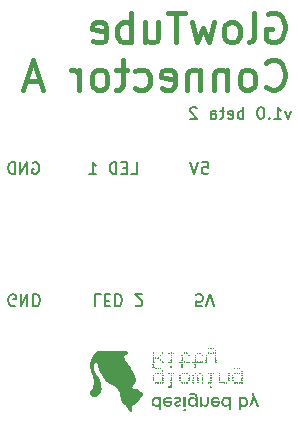
<source format=gbr>
%TF.GenerationSoftware,KiCad,Pcbnew,(6.0.4-0)*%
%TF.CreationDate,2022-05-04T20:07:09+02:00*%
%TF.ProjectId,GlowTubeLEDconnectorA_PCB,476c6f77-5475-4626-954c-4544636f6e6e,rev?*%
%TF.SameCoordinates,Original*%
%TF.FileFunction,Legend,Bot*%
%TF.FilePolarity,Positive*%
%FSLAX46Y46*%
G04 Gerber Fmt 4.6, Leading zero omitted, Abs format (unit mm)*
G04 Created by KiCad (PCBNEW (6.0.4-0)) date 2022-05-04 20:07:09*
%MOMM*%
%LPD*%
G01*
G04 APERTURE LIST*
%ADD10C,0.400000*%
%ADD11C,0.150000*%
G04 APERTURE END LIST*
D10*
X110558810Y-53717500D02*
X110796905Y-53598452D01*
X111154048Y-53598452D01*
X111511191Y-53717500D01*
X111749286Y-53955595D01*
X111868333Y-54193690D01*
X111987381Y-54669880D01*
X111987381Y-55027023D01*
X111868333Y-55503214D01*
X111749286Y-55741309D01*
X111511191Y-55979404D01*
X111154048Y-56098452D01*
X110915952Y-56098452D01*
X110558810Y-55979404D01*
X110439762Y-55860357D01*
X110439762Y-55027023D01*
X110915952Y-55027023D01*
X109011191Y-56098452D02*
X109249286Y-55979404D01*
X109368333Y-55741309D01*
X109368333Y-53598452D01*
X107701667Y-56098452D02*
X107939762Y-55979404D01*
X108058810Y-55860357D01*
X108177857Y-55622261D01*
X108177857Y-54907976D01*
X108058810Y-54669880D01*
X107939762Y-54550833D01*
X107701667Y-54431785D01*
X107344524Y-54431785D01*
X107106429Y-54550833D01*
X106987381Y-54669880D01*
X106868333Y-54907976D01*
X106868333Y-55622261D01*
X106987381Y-55860357D01*
X107106429Y-55979404D01*
X107344524Y-56098452D01*
X107701667Y-56098452D01*
X106035000Y-54431785D02*
X105558810Y-56098452D01*
X105082619Y-54907976D01*
X104606429Y-56098452D01*
X104130238Y-54431785D01*
X103535000Y-53598452D02*
X102106429Y-53598452D01*
X102820714Y-56098452D02*
X102820714Y-53598452D01*
X100201667Y-54431785D02*
X100201667Y-56098452D01*
X101273095Y-54431785D02*
X101273095Y-55741309D01*
X101154048Y-55979404D01*
X100915952Y-56098452D01*
X100558810Y-56098452D01*
X100320714Y-55979404D01*
X100201667Y-55860357D01*
X99011191Y-56098452D02*
X99011191Y-53598452D01*
X99011191Y-54550833D02*
X98773095Y-54431785D01*
X98296905Y-54431785D01*
X98058810Y-54550833D01*
X97939762Y-54669880D01*
X97820714Y-54907976D01*
X97820714Y-55622261D01*
X97939762Y-55860357D01*
X98058810Y-55979404D01*
X98296905Y-56098452D01*
X98773095Y-56098452D01*
X99011191Y-55979404D01*
X95796905Y-55979404D02*
X96035000Y-56098452D01*
X96511191Y-56098452D01*
X96749286Y-55979404D01*
X96868333Y-55741309D01*
X96868333Y-54788928D01*
X96749286Y-54550833D01*
X96511191Y-54431785D01*
X96035000Y-54431785D01*
X95796905Y-54550833D01*
X95677857Y-54788928D01*
X95677857Y-55027023D01*
X96868333Y-55265119D01*
X110439762Y-59885357D02*
X110558810Y-60004404D01*
X110915952Y-60123452D01*
X111154048Y-60123452D01*
X111511191Y-60004404D01*
X111749286Y-59766309D01*
X111868333Y-59528214D01*
X111987381Y-59052023D01*
X111987381Y-58694880D01*
X111868333Y-58218690D01*
X111749286Y-57980595D01*
X111511191Y-57742500D01*
X111154048Y-57623452D01*
X110915952Y-57623452D01*
X110558810Y-57742500D01*
X110439762Y-57861547D01*
X109011191Y-60123452D02*
X109249286Y-60004404D01*
X109368333Y-59885357D01*
X109487381Y-59647261D01*
X109487381Y-58932976D01*
X109368333Y-58694880D01*
X109249286Y-58575833D01*
X109011191Y-58456785D01*
X108654048Y-58456785D01*
X108415952Y-58575833D01*
X108296905Y-58694880D01*
X108177857Y-58932976D01*
X108177857Y-59647261D01*
X108296905Y-59885357D01*
X108415952Y-60004404D01*
X108654048Y-60123452D01*
X109011191Y-60123452D01*
X107106429Y-58456785D02*
X107106429Y-60123452D01*
X107106429Y-58694880D02*
X106987381Y-58575833D01*
X106749286Y-58456785D01*
X106392143Y-58456785D01*
X106154048Y-58575833D01*
X106035000Y-58813928D01*
X106035000Y-60123452D01*
X104844524Y-58456785D02*
X104844524Y-60123452D01*
X104844524Y-58694880D02*
X104725476Y-58575833D01*
X104487381Y-58456785D01*
X104130238Y-58456785D01*
X103892143Y-58575833D01*
X103773095Y-58813928D01*
X103773095Y-60123452D01*
X101630238Y-60004404D02*
X101868333Y-60123452D01*
X102344524Y-60123452D01*
X102582619Y-60004404D01*
X102701667Y-59766309D01*
X102701667Y-58813928D01*
X102582619Y-58575833D01*
X102344524Y-58456785D01*
X101868333Y-58456785D01*
X101630238Y-58575833D01*
X101511191Y-58813928D01*
X101511191Y-59052023D01*
X102701667Y-59290119D01*
X99368333Y-60004404D02*
X99606429Y-60123452D01*
X100082619Y-60123452D01*
X100320714Y-60004404D01*
X100439762Y-59885357D01*
X100558810Y-59647261D01*
X100558810Y-58932976D01*
X100439762Y-58694880D01*
X100320714Y-58575833D01*
X100082619Y-58456785D01*
X99606429Y-58456785D01*
X99368333Y-58575833D01*
X98654048Y-58456785D02*
X97701667Y-58456785D01*
X98296905Y-57623452D02*
X98296905Y-59766309D01*
X98177857Y-60004404D01*
X97939762Y-60123452D01*
X97701667Y-60123452D01*
X96511191Y-60123452D02*
X96749286Y-60004404D01*
X96868333Y-59885357D01*
X96987381Y-59647261D01*
X96987381Y-58932976D01*
X96868333Y-58694880D01*
X96749286Y-58575833D01*
X96511191Y-58456785D01*
X96154048Y-58456785D01*
X95915952Y-58575833D01*
X95796905Y-58694880D01*
X95677857Y-58932976D01*
X95677857Y-59647261D01*
X95796905Y-59885357D01*
X95915952Y-60004404D01*
X96154048Y-60123452D01*
X96511191Y-60123452D01*
X94606429Y-60123452D02*
X94606429Y-58456785D01*
X94606429Y-58932976D02*
X94487381Y-58694880D01*
X94368333Y-58575833D01*
X94130238Y-58456785D01*
X93892143Y-58456785D01*
X91273095Y-59409166D02*
X90082619Y-59409166D01*
X91511191Y-60123452D02*
X90677857Y-57623452D01*
X89844524Y-60123452D01*
D11*
X112505714Y-61945714D02*
X112267619Y-62612380D01*
X112029523Y-61945714D01*
X111124761Y-62612380D02*
X111696190Y-62612380D01*
X111410476Y-62612380D02*
X111410476Y-61612380D01*
X111505714Y-61755238D01*
X111600952Y-61850476D01*
X111696190Y-61898095D01*
X110696190Y-62517142D02*
X110648571Y-62564761D01*
X110696190Y-62612380D01*
X110743809Y-62564761D01*
X110696190Y-62517142D01*
X110696190Y-62612380D01*
X110029523Y-61612380D02*
X109934285Y-61612380D01*
X109839047Y-61660000D01*
X109791428Y-61707619D01*
X109743809Y-61802857D01*
X109696190Y-61993333D01*
X109696190Y-62231428D01*
X109743809Y-62421904D01*
X109791428Y-62517142D01*
X109839047Y-62564761D01*
X109934285Y-62612380D01*
X110029523Y-62612380D01*
X110124761Y-62564761D01*
X110172380Y-62517142D01*
X110220000Y-62421904D01*
X110267619Y-62231428D01*
X110267619Y-61993333D01*
X110220000Y-61802857D01*
X110172380Y-61707619D01*
X110124761Y-61660000D01*
X110029523Y-61612380D01*
X108505714Y-62612380D02*
X108505714Y-61612380D01*
X108505714Y-61993333D02*
X108410476Y-61945714D01*
X108220000Y-61945714D01*
X108124761Y-61993333D01*
X108077142Y-62040952D01*
X108029523Y-62136190D01*
X108029523Y-62421904D01*
X108077142Y-62517142D01*
X108124761Y-62564761D01*
X108220000Y-62612380D01*
X108410476Y-62612380D01*
X108505714Y-62564761D01*
X107220000Y-62564761D02*
X107315238Y-62612380D01*
X107505714Y-62612380D01*
X107600952Y-62564761D01*
X107648571Y-62469523D01*
X107648571Y-62088571D01*
X107600952Y-61993333D01*
X107505714Y-61945714D01*
X107315238Y-61945714D01*
X107220000Y-61993333D01*
X107172380Y-62088571D01*
X107172380Y-62183809D01*
X107648571Y-62279047D01*
X106886666Y-61945714D02*
X106505714Y-61945714D01*
X106743809Y-61612380D02*
X106743809Y-62469523D01*
X106696190Y-62564761D01*
X106600952Y-62612380D01*
X106505714Y-62612380D01*
X105743809Y-62612380D02*
X105743809Y-62088571D01*
X105791428Y-61993333D01*
X105886666Y-61945714D01*
X106077142Y-61945714D01*
X106172380Y-61993333D01*
X105743809Y-62564761D02*
X105839047Y-62612380D01*
X106077142Y-62612380D01*
X106172380Y-62564761D01*
X106220000Y-62469523D01*
X106220000Y-62374285D01*
X106172380Y-62279047D01*
X106077142Y-62231428D01*
X105839047Y-62231428D01*
X105743809Y-62183809D01*
X104553333Y-61707619D02*
X104505714Y-61660000D01*
X104410476Y-61612380D01*
X104172380Y-61612380D01*
X104077142Y-61660000D01*
X104029523Y-61707619D01*
X103981904Y-61802857D01*
X103981904Y-61898095D01*
X104029523Y-62040952D01*
X104600952Y-62612380D01*
X103981904Y-62612380D01*
X104999523Y-78457619D02*
X104523333Y-78457619D01*
X104475714Y-77981428D01*
X104523333Y-78029047D01*
X104618571Y-78076666D01*
X104856666Y-78076666D01*
X104951904Y-78029047D01*
X104999523Y-77981428D01*
X105047142Y-77886190D01*
X105047142Y-77648095D01*
X104999523Y-77552857D01*
X104951904Y-77505238D01*
X104856666Y-77457619D01*
X104618571Y-77457619D01*
X104523333Y-77505238D01*
X104475714Y-77552857D01*
X105332857Y-78457619D02*
X105666190Y-77457619D01*
X105999523Y-78457619D01*
X105020476Y-66272380D02*
X105496666Y-66272380D01*
X105544285Y-66748571D01*
X105496666Y-66700952D01*
X105401428Y-66653333D01*
X105163333Y-66653333D01*
X105068095Y-66700952D01*
X105020476Y-66748571D01*
X104972857Y-66843809D01*
X104972857Y-67081904D01*
X105020476Y-67177142D01*
X105068095Y-67224761D01*
X105163333Y-67272380D01*
X105401428Y-67272380D01*
X105496666Y-67224761D01*
X105544285Y-67177142D01*
X104687142Y-66272380D02*
X104353809Y-67272380D01*
X104020476Y-66272380D01*
X96420000Y-77457619D02*
X95943809Y-77457619D01*
X95943809Y-78457619D01*
X96753333Y-77981428D02*
X97086666Y-77981428D01*
X97229523Y-77457619D02*
X96753333Y-77457619D01*
X96753333Y-78457619D01*
X97229523Y-78457619D01*
X97658095Y-77457619D02*
X97658095Y-78457619D01*
X97896190Y-78457619D01*
X98039047Y-78410000D01*
X98134285Y-78314761D01*
X98181904Y-78219523D01*
X98229523Y-78029047D01*
X98229523Y-77886190D01*
X98181904Y-77695714D01*
X98134285Y-77600476D01*
X98039047Y-77505238D01*
X97896190Y-77457619D01*
X97658095Y-77457619D01*
X99372380Y-78362380D02*
X99420000Y-78410000D01*
X99515238Y-78457619D01*
X99753333Y-78457619D01*
X99848571Y-78410000D01*
X99896190Y-78362380D01*
X99943809Y-78267142D01*
X99943809Y-78171904D01*
X99896190Y-78029047D01*
X99324761Y-77457619D01*
X99943809Y-77457619D01*
X98980000Y-67272380D02*
X99456190Y-67272380D01*
X99456190Y-66272380D01*
X98646666Y-66748571D02*
X98313333Y-66748571D01*
X98170476Y-67272380D02*
X98646666Y-67272380D01*
X98646666Y-66272380D01*
X98170476Y-66272380D01*
X97741904Y-67272380D02*
X97741904Y-66272380D01*
X97503809Y-66272380D01*
X97360952Y-66320000D01*
X97265714Y-66415238D01*
X97218095Y-66510476D01*
X97170476Y-66700952D01*
X97170476Y-66843809D01*
X97218095Y-67034285D01*
X97265714Y-67129523D01*
X97360952Y-67224761D01*
X97503809Y-67272380D01*
X97741904Y-67272380D01*
X95456190Y-67272380D02*
X96027619Y-67272380D01*
X95741904Y-67272380D02*
X95741904Y-66272380D01*
X95837142Y-66415238D01*
X95932380Y-66510476D01*
X96027619Y-66558095D01*
X89178095Y-78410000D02*
X89082857Y-78457619D01*
X88940000Y-78457619D01*
X88797142Y-78410000D01*
X88701904Y-78314761D01*
X88654285Y-78219523D01*
X88606666Y-78029047D01*
X88606666Y-77886190D01*
X88654285Y-77695714D01*
X88701904Y-77600476D01*
X88797142Y-77505238D01*
X88940000Y-77457619D01*
X89035238Y-77457619D01*
X89178095Y-77505238D01*
X89225714Y-77552857D01*
X89225714Y-77886190D01*
X89035238Y-77886190D01*
X89654285Y-77457619D02*
X89654285Y-78457619D01*
X90225714Y-77457619D01*
X90225714Y-78457619D01*
X90701904Y-77457619D02*
X90701904Y-78457619D01*
X90940000Y-78457619D01*
X91082857Y-78410000D01*
X91178095Y-78314761D01*
X91225714Y-78219523D01*
X91273333Y-78029047D01*
X91273333Y-77886190D01*
X91225714Y-77695714D01*
X91178095Y-77600476D01*
X91082857Y-77505238D01*
X90940000Y-77457619D01*
X90701904Y-77457619D01*
X90671904Y-66320000D02*
X90767142Y-66272380D01*
X90910000Y-66272380D01*
X91052857Y-66320000D01*
X91148095Y-66415238D01*
X91195714Y-66510476D01*
X91243333Y-66700952D01*
X91243333Y-66843809D01*
X91195714Y-67034285D01*
X91148095Y-67129523D01*
X91052857Y-67224761D01*
X90910000Y-67272380D01*
X90814761Y-67272380D01*
X90671904Y-67224761D01*
X90624285Y-67177142D01*
X90624285Y-66843809D01*
X90814761Y-66843809D01*
X90195714Y-67272380D02*
X90195714Y-66272380D01*
X89624285Y-67272380D01*
X89624285Y-66272380D01*
X89148095Y-67272380D02*
X89148095Y-66272380D01*
X88910000Y-66272380D01*
X88767142Y-66320000D01*
X88671904Y-66415238D01*
X88624285Y-66510476D01*
X88576666Y-66700952D01*
X88576666Y-66843809D01*
X88624285Y-67034285D01*
X88671904Y-67129523D01*
X88767142Y-67224761D01*
X88910000Y-67272380D01*
X89148095Y-67272380D01*
%TO.C,designedby*%
G36*
X100932713Y-83140488D02*
G01*
X100968580Y-83171669D01*
X100983212Y-83221497D01*
X100971626Y-83266136D01*
X100933461Y-83297828D01*
X100877954Y-83299790D01*
X100834730Y-83274385D01*
X100815015Y-83227712D01*
X100827467Y-83172177D01*
X100845443Y-83149319D01*
X100887653Y-83131766D01*
X100932713Y-83140488D01*
G37*
G36*
X102233109Y-82380538D02*
G01*
X102266058Y-82396207D01*
X102274573Y-82433523D01*
X102274206Y-82444496D01*
X102261112Y-82475894D01*
X102221060Y-82488225D01*
X102177939Y-82483111D01*
X102151311Y-82452864D01*
X102155871Y-82403094D01*
X102172908Y-82384366D01*
X102221060Y-82378820D01*
X102233109Y-82380538D01*
G37*
G36*
X100952696Y-84483610D02*
G01*
X100978589Y-84529031D01*
X100971824Y-84570928D01*
X100937870Y-84599501D01*
X100882331Y-84605082D01*
X100867848Y-84601037D01*
X100837389Y-84571168D01*
X100829462Y-84526250D01*
X100848166Y-84481154D01*
X100864282Y-84465663D01*
X100906671Y-84455496D01*
X100952696Y-84483610D01*
G37*
G36*
X103571721Y-84851998D02*
G01*
X103591159Y-84871791D01*
X103595062Y-84917033D01*
X103593018Y-84943838D01*
X103573164Y-84993203D01*
X103537619Y-85015330D01*
X103493112Y-85004452D01*
X103468672Y-84978599D01*
X103451061Y-84924887D01*
X103457460Y-84867950D01*
X103477915Y-84848947D01*
X103531817Y-84845088D01*
X103571721Y-84851998D01*
G37*
G36*
X103165655Y-83136775D02*
G01*
X103201579Y-83164271D01*
X103216392Y-83209981D01*
X103204046Y-83264518D01*
X103167190Y-83298020D01*
X103112160Y-83300047D01*
X103076567Y-83281766D01*
X103054368Y-83237340D01*
X103063313Y-83175574D01*
X103081564Y-83147911D01*
X103121393Y-83130365D01*
X103165655Y-83136775D01*
G37*
G36*
X108426715Y-84848160D02*
G01*
X108464143Y-84878156D01*
X108479746Y-84921383D01*
X108470365Y-84965769D01*
X108432839Y-84999240D01*
X108382939Y-85008182D01*
X108337903Y-84991021D01*
X108308800Y-84955217D01*
X108302896Y-84910044D01*
X108327462Y-84864777D01*
X108346982Y-84851990D01*
X108391545Y-84841474D01*
X108426715Y-84848160D01*
G37*
G36*
X107135138Y-84864777D02*
G01*
X107154651Y-84901778D01*
X107154279Y-84954248D01*
X107129565Y-84996616D01*
X107088440Y-85014598D01*
X107044300Y-85005425D01*
X107009841Y-84973912D01*
X106993765Y-84928386D01*
X107004770Y-84877172D01*
X107006830Y-84873664D01*
X107043168Y-84847234D01*
X107092079Y-84843688D01*
X107135138Y-84864777D01*
G37*
G36*
X105796654Y-85234748D02*
G01*
X105841708Y-85263940D01*
X105857371Y-85317238D01*
X105851570Y-85352273D01*
X105817755Y-85391168D01*
X105755976Y-85404624D01*
X105731227Y-85401418D01*
X105688006Y-85373527D01*
X105669230Y-85326299D01*
X105681285Y-85271147D01*
X105703379Y-85245553D01*
X105757075Y-85229853D01*
X105796654Y-85234748D01*
G37*
G36*
X103766710Y-84850986D02*
G01*
X103796689Y-84884442D01*
X103806409Y-84932090D01*
X103791808Y-84981440D01*
X103747841Y-85008916D01*
X103723820Y-85011653D01*
X103677566Y-84995692D01*
X103648358Y-84958224D01*
X103642654Y-84910751D01*
X103666912Y-84864777D01*
X103674791Y-84857905D01*
X103720622Y-84841313D01*
X103766710Y-84850986D01*
G37*
G36*
X101726920Y-84851998D02*
G01*
X101746358Y-84871791D01*
X101750261Y-84917033D01*
X101748217Y-84943838D01*
X101728362Y-84993203D01*
X101692818Y-85015330D01*
X101648311Y-85004452D01*
X101623871Y-84978599D01*
X101606260Y-84924887D01*
X101612659Y-84867950D01*
X101633113Y-84848947D01*
X101687016Y-84845088D01*
X101726920Y-84851998D01*
G37*
G36*
X101334030Y-82764328D02*
G01*
X101359198Y-82785116D01*
X101371358Y-82823939D01*
X101357268Y-82862468D01*
X101322022Y-82890095D01*
X101270710Y-82896214D01*
X101256227Y-82892168D01*
X101225769Y-82862300D01*
X101217841Y-82817382D01*
X101236545Y-82772286D01*
X101253654Y-82755150D01*
X101286658Y-82745980D01*
X101334030Y-82764328D01*
G37*
G36*
X107835634Y-84081068D02*
G01*
X107865122Y-84114764D01*
X107870447Y-84153813D01*
X107848856Y-84187981D01*
X107801807Y-84196844D01*
X107783969Y-84192858D01*
X107750026Y-84166513D01*
X107744002Y-84128344D01*
X107769914Y-84091606D01*
X107792527Y-84079614D01*
X107835634Y-84081068D01*
G37*
G36*
X103042266Y-86141593D02*
G01*
X103124809Y-86179819D01*
X103188023Y-86236575D01*
X103227076Y-86308180D01*
X103237140Y-86390957D01*
X103213383Y-86481225D01*
X103189920Y-86510464D01*
X103139214Y-86550203D01*
X103076062Y-86588234D01*
X103013606Y-86616787D01*
X102964988Y-86628091D01*
X102919683Y-86638278D01*
X102866552Y-86669509D01*
X102825230Y-86711674D01*
X102808594Y-86754372D01*
X102811375Y-86775165D01*
X102839061Y-86813945D01*
X102889477Y-86834506D01*
X102954010Y-86836087D01*
X103024046Y-86817928D01*
X103090969Y-86779271D01*
X103144257Y-86737355D01*
X103192396Y-86793319D01*
X103240535Y-86849284D01*
X103184771Y-86894160D01*
X103176340Y-86900747D01*
X103086895Y-86950818D01*
X102991575Y-86974469D01*
X102896575Y-86974018D01*
X102808086Y-86951785D01*
X102732303Y-86910088D01*
X102675418Y-86851244D01*
X102643624Y-86777572D01*
X102643113Y-86691391D01*
X102650936Y-86660744D01*
X102678251Y-86609733D01*
X102726454Y-86566037D01*
X102801351Y-86525086D01*
X102908749Y-86482310D01*
X102952170Y-86466425D01*
X103015025Y-86440956D01*
X103051849Y-86419924D01*
X103069985Y-86398504D01*
X103076777Y-86371867D01*
X103073579Y-86334421D01*
X103044090Y-86293185D01*
X102992352Y-86269402D01*
X102926446Y-86264569D01*
X102854452Y-86280181D01*
X102784452Y-86317736D01*
X102729897Y-86358070D01*
X102670345Y-86315666D01*
X102610793Y-86273261D01*
X102657908Y-86226147D01*
X102664478Y-86219969D01*
X102718774Y-86181795D01*
X102781082Y-86151931D01*
X102838511Y-86135446D01*
X102945223Y-86125576D01*
X103042266Y-86141593D01*
G37*
G36*
X101342570Y-83715348D02*
G01*
X101344684Y-83719214D01*
X101346971Y-83758961D01*
X101326291Y-83795955D01*
X101291997Y-83812269D01*
X101263684Y-83804715D01*
X101239518Y-83771993D01*
X101242681Y-83724884D01*
X101244050Y-83721830D01*
X101272534Y-83700297D01*
X101312535Y-83697452D01*
X101342570Y-83715348D01*
G37*
G36*
X102427299Y-84089407D02*
G01*
X102460247Y-84105076D01*
X102468762Y-84142391D01*
X102468396Y-84153364D01*
X102455302Y-84184762D01*
X102415250Y-84197094D01*
X102372129Y-84191979D01*
X102345501Y-84161733D01*
X102350060Y-84111962D01*
X102367098Y-84093234D01*
X102415250Y-84087689D01*
X102427299Y-84089407D01*
G37*
G36*
X108415908Y-84457803D02*
G01*
X108448909Y-84488316D01*
X108456212Y-84542587D01*
X108451961Y-84567647D01*
X108433975Y-84592937D01*
X108391545Y-84598737D01*
X108365392Y-84597397D01*
X108337491Y-84582844D01*
X108326878Y-84542587D01*
X108329091Y-84500344D01*
X108346297Y-84470063D01*
X108358867Y-84463226D01*
X108391545Y-84453689D01*
X108415908Y-84457803D01*
G37*
G36*
X103369370Y-83525564D02*
G01*
X103414189Y-83554906D01*
X103430001Y-83608370D01*
X103424912Y-83641188D01*
X103392310Y-83681525D01*
X103332906Y-83695755D01*
X103296441Y-83691176D01*
X103251623Y-83661833D01*
X103235811Y-83608370D01*
X103239658Y-83582146D01*
X103259114Y-83544287D01*
X103285550Y-83529462D01*
X103332906Y-83520985D01*
X103369370Y-83525564D01*
G37*
G36*
X103363654Y-84085919D02*
G01*
X103386351Y-84101128D01*
X103391163Y-84142391D01*
X103389378Y-84173139D01*
X103374169Y-84195836D01*
X103332906Y-84200648D01*
X103302158Y-84198863D01*
X103279461Y-84183655D01*
X103274649Y-84142391D01*
X103276434Y-84111644D01*
X103291643Y-84088946D01*
X103332906Y-84084134D01*
X103363654Y-84085919D01*
G37*
G36*
X105990214Y-82004704D02*
G01*
X106009230Y-82040376D01*
X106007789Y-82068559D01*
X105983450Y-82096433D01*
X105973889Y-82098973D01*
X105935614Y-82089642D01*
X105909206Y-82058333D01*
X105907676Y-82018436D01*
X105922251Y-81998467D01*
X105956117Y-81989632D01*
X105990214Y-82004704D01*
G37*
G36*
X103588678Y-87165049D02*
G01*
X103606843Y-87186216D01*
X103623116Y-87239027D01*
X103610607Y-87291047D01*
X103573851Y-87330727D01*
X103517386Y-87346520D01*
X103492748Y-87343668D01*
X103443847Y-87316206D01*
X103415658Y-87269140D01*
X103413102Y-87214278D01*
X103441097Y-87163427D01*
X103475367Y-87140970D01*
X103533186Y-87136390D01*
X103588678Y-87165049D01*
G37*
G36*
X102467375Y-84677800D02*
G01*
X102492695Y-84716762D01*
X102490561Y-84759293D01*
X102457635Y-84790506D01*
X102398221Y-84802636D01*
X102388133Y-84802130D01*
X102345001Y-84782518D01*
X102328201Y-84741056D01*
X102342146Y-84686856D01*
X102373150Y-84655677D01*
X102419830Y-84650415D01*
X102467375Y-84677800D01*
G37*
G36*
X103935448Y-82565157D02*
G01*
X103976389Y-82587841D01*
X103993151Y-82626018D01*
X103982441Y-82664197D01*
X103946111Y-82694472D01*
X103896988Y-82695975D01*
X103894372Y-82695056D01*
X103866101Y-82668231D01*
X103855681Y-82626917D01*
X103863813Y-82587050D01*
X103891201Y-82564565D01*
X103935448Y-82565157D01*
G37*
G36*
X101713042Y-84085919D02*
G01*
X101735739Y-84101128D01*
X101740551Y-84142391D01*
X101738766Y-84173139D01*
X101723558Y-84195836D01*
X101682294Y-84200648D01*
X101651547Y-84198863D01*
X101628849Y-84183655D01*
X101624037Y-84142391D01*
X101625822Y-84111644D01*
X101641031Y-84088946D01*
X101682294Y-84084134D01*
X101713042Y-84085919D01*
G37*
G36*
X104873770Y-82388271D02*
G01*
X104900804Y-82419006D01*
X104900926Y-82457382D01*
X104870865Y-82489713D01*
X104851162Y-82497139D01*
X104807934Y-82492163D01*
X104780026Y-82462184D01*
X104778906Y-82416350D01*
X104779704Y-82413910D01*
X104801591Y-82383175D01*
X104844397Y-82378992D01*
X104873770Y-82388271D01*
G37*
G36*
X101104690Y-84088926D02*
G01*
X101139173Y-84104323D01*
X101148273Y-84142391D01*
X101148130Y-84149404D01*
X101136174Y-84183666D01*
X101097351Y-84196844D01*
X101056733Y-84191734D01*
X101030527Y-84161453D01*
X101034849Y-84112212D01*
X101051326Y-84094003D01*
X101097351Y-84087939D01*
X101104690Y-84088926D01*
G37*
G36*
X106661187Y-86401224D02*
G01*
X106685198Y-86346157D01*
X106743968Y-86260835D01*
X106817938Y-86190349D01*
X106896285Y-86146430D01*
X106956564Y-86131646D01*
X107066394Y-86130663D01*
X107171694Y-86158996D01*
X107259680Y-86214261D01*
X107279266Y-86230612D01*
X107292029Y-86229257D01*
X107294374Y-86194101D01*
X107294433Y-86187190D01*
X107299907Y-86157515D01*
X107322109Y-86145069D01*
X107372050Y-86142544D01*
X107449725Y-86142544D01*
X107449725Y-87288263D01*
X107294374Y-87288263D01*
X107294374Y-87084364D01*
X107293820Y-87019123D01*
X107291638Y-86947439D01*
X107288187Y-86898545D01*
X107283878Y-86880465D01*
X107282776Y-86880610D01*
X107259030Y-86893137D01*
X107220320Y-86919695D01*
X107159397Y-86949499D01*
X107073115Y-86968976D01*
X106981814Y-86973214D01*
X106902198Y-86960092D01*
X106877775Y-86950206D01*
X106802652Y-86901736D01*
X106732067Y-86833575D01*
X106679647Y-86758092D01*
X106663649Y-86720509D01*
X106641643Y-86618091D01*
X106641139Y-86567179D01*
X106811232Y-86567179D01*
X106826440Y-86657115D01*
X106862887Y-86736137D01*
X106920623Y-86794516D01*
X106931273Y-86800858D01*
X107006098Y-86824592D01*
X107090156Y-86826368D01*
X107163457Y-86805301D01*
X107197644Y-86779764D01*
X107246604Y-86715366D01*
X107281237Y-86634677D01*
X107294374Y-86551589D01*
X107289382Y-86493248D01*
X107253750Y-86396332D01*
X107185339Y-86319029D01*
X107159016Y-86302735D01*
X107083585Y-86281673D01*
X106999472Y-86283079D01*
X106923112Y-86307665D01*
X106892544Y-86329162D01*
X106844334Y-86393474D01*
X106817214Y-86476056D01*
X106811232Y-86567179D01*
X106641139Y-86567179D01*
X106640535Y-86506114D01*
X106661187Y-86401224D01*
G37*
G36*
X101713042Y-82377051D02*
G01*
X101735739Y-82392259D01*
X101740551Y-82433523D01*
X101738766Y-82464271D01*
X101723558Y-82486968D01*
X101682294Y-82491780D01*
X101651547Y-82489995D01*
X101628849Y-82474786D01*
X101624037Y-82433523D01*
X101625822Y-82402775D01*
X101641031Y-82380078D01*
X101682294Y-82375266D01*
X101713042Y-82377051D01*
G37*
G36*
X104660479Y-82380538D02*
G01*
X104693428Y-82396207D01*
X104701943Y-82433523D01*
X104701576Y-82444496D01*
X104688482Y-82475894D01*
X104648430Y-82488225D01*
X104605309Y-82483111D01*
X104578681Y-82452864D01*
X104583241Y-82403094D01*
X104600278Y-82384366D01*
X104648430Y-82378820D01*
X104660479Y-82380538D01*
G37*
G36*
X105800315Y-82382271D02*
G01*
X105828448Y-82414072D01*
X105825555Y-82462651D01*
X105807818Y-82481066D01*
X105767298Y-82491780D01*
X105734281Y-82484774D01*
X105706149Y-82452973D01*
X105709041Y-82404394D01*
X105726779Y-82385980D01*
X105767298Y-82375266D01*
X105800315Y-82382271D01*
G37*
G36*
X106188418Y-82188342D02*
G01*
X106214879Y-82212666D01*
X106216006Y-82248144D01*
X106190474Y-82283067D01*
X106145668Y-82297590D01*
X106117844Y-82289916D01*
X106094219Y-82257074D01*
X106097421Y-82210205D01*
X106109812Y-82194406D01*
X106147114Y-82182124D01*
X106188418Y-82188342D01*
G37*
G36*
X105990833Y-82372199D02*
G01*
X106020321Y-82405896D01*
X106025646Y-82444945D01*
X106004055Y-82479112D01*
X105957006Y-82487975D01*
X105939168Y-82483989D01*
X105905225Y-82457644D01*
X105899201Y-82419475D01*
X105925113Y-82382738D01*
X105947725Y-82370746D01*
X105990833Y-82372199D01*
G37*
G36*
X104473859Y-82748934D02*
G01*
X104506860Y-82779448D01*
X104514163Y-82833719D01*
X104509912Y-82858778D01*
X104491926Y-82884069D01*
X104449496Y-82889868D01*
X104423343Y-82888529D01*
X104395442Y-82873976D01*
X104384829Y-82833719D01*
X104387042Y-82791476D01*
X104404248Y-82761195D01*
X104416818Y-82754358D01*
X104449496Y-82744821D01*
X104473859Y-82748934D01*
G37*
G36*
X102462323Y-82586284D02*
G01*
X102478472Y-82626018D01*
X102467762Y-82664197D01*
X102431432Y-82694472D01*
X102382309Y-82695975D01*
X102363437Y-82685153D01*
X102344059Y-82648541D01*
X102347971Y-82605276D01*
X102376021Y-82572067D01*
X102379086Y-82570454D01*
X102424088Y-82565074D01*
X102462323Y-82586284D01*
G37*
G36*
X106190866Y-83140766D02*
G01*
X106226724Y-83172177D01*
X106235082Y-83191818D01*
X106236488Y-83244380D01*
X106210532Y-83283658D01*
X106165719Y-83301149D01*
X106110551Y-83288350D01*
X106108342Y-83287108D01*
X106078159Y-83250093D01*
X106072734Y-83200347D01*
X106094282Y-83155908D01*
X106096177Y-83154084D01*
X106141338Y-83133996D01*
X106190866Y-83140766D01*
G37*
G36*
X101154099Y-84864777D02*
G01*
X101173611Y-84901778D01*
X101173239Y-84954248D01*
X101148525Y-84996616D01*
X101107401Y-85014598D01*
X101063260Y-85005425D01*
X101028801Y-84973912D01*
X101012725Y-84928386D01*
X101023730Y-84877172D01*
X101025790Y-84873664D01*
X101062128Y-84847234D01*
X101111040Y-84843688D01*
X101154099Y-84864777D01*
G37*
G36*
X109295344Y-85775682D02*
G01*
X109340284Y-85783908D01*
X109367242Y-85797858D01*
X109380893Y-85822117D01*
X109403923Y-85873793D01*
X109429331Y-85938645D01*
X109437469Y-85960224D01*
X109463640Y-86027224D01*
X109500529Y-86119820D01*
X109545373Y-86231132D01*
X109595403Y-86354278D01*
X109647857Y-86482376D01*
X109679748Y-86559964D01*
X109726883Y-86674719D01*
X109767949Y-86774797D01*
X109800768Y-86854888D01*
X109823164Y-86909681D01*
X109832960Y-86933867D01*
X109832047Y-86944886D01*
X109805714Y-86955029D01*
X109745358Y-86958141D01*
X109648303Y-86958141D01*
X109565438Y-86729968D01*
X109532500Y-86639730D01*
X109498073Y-86546315D01*
X109468718Y-86467563D01*
X109448486Y-86414410D01*
X109414399Y-86327024D01*
X109375148Y-86414410D01*
X109354018Y-86462228D01*
X109320821Y-86538484D01*
X109281436Y-86629711D01*
X109240541Y-86725113D01*
X109145184Y-86948431D01*
X109046292Y-86954259D01*
X108947400Y-86960086D01*
X109137937Y-86533693D01*
X109328475Y-86107300D01*
X109262953Y-85956620D01*
X109252017Y-85931243D01*
X109224141Y-85864199D01*
X109204722Y-85813920D01*
X109197432Y-85789762D01*
X109209614Y-85779170D01*
X109246946Y-85773872D01*
X109295344Y-85775682D01*
G37*
G36*
X100945733Y-84660454D02*
G01*
X100974026Y-84698551D01*
X100975004Y-84755017D01*
X100967065Y-84778947D01*
X100945122Y-84798321D01*
X100900015Y-84798962D01*
X100871260Y-84794658D01*
X100842163Y-84777095D01*
X100831160Y-84736777D01*
X100833372Y-84694534D01*
X100850579Y-84664253D01*
X100899760Y-84647752D01*
X100945733Y-84660454D01*
G37*
G36*
X105088935Y-84483610D02*
G01*
X105114828Y-84529031D01*
X105108062Y-84570928D01*
X105074109Y-84599501D01*
X105018570Y-84605082D01*
X105004086Y-84601037D01*
X104973628Y-84571168D01*
X104965701Y-84526250D01*
X104984405Y-84481154D01*
X105000520Y-84465663D01*
X105042910Y-84455496D01*
X105088935Y-84483610D01*
G37*
G36*
X103387863Y-83149574D02*
G01*
X103402931Y-83170009D01*
X103407142Y-83214308D01*
X103394315Y-83261836D01*
X103366889Y-83295609D01*
X103343604Y-83304785D01*
X103302744Y-83296858D01*
X103270998Y-83264086D01*
X103255353Y-83215547D01*
X103262794Y-83160322D01*
X103265373Y-83155350D01*
X103296253Y-83136861D01*
X103342837Y-83134442D01*
X103387863Y-83149574D01*
G37*
G36*
X102621488Y-84089407D02*
G01*
X102654437Y-84105076D01*
X102662952Y-84142391D01*
X102662586Y-84153364D01*
X102649492Y-84184762D01*
X102609439Y-84197094D01*
X102566319Y-84191979D01*
X102539690Y-84161733D01*
X102544250Y-84111962D01*
X102561287Y-84093234D01*
X102609439Y-84087689D01*
X102621488Y-84089407D01*
G37*
G36*
X104475720Y-83330642D02*
G01*
X104513579Y-83350098D01*
X104526365Y-83369617D01*
X104536881Y-83414180D01*
X104533329Y-83441388D01*
X104503481Y-83485267D01*
X104449496Y-83501566D01*
X104448406Y-83501559D01*
X104398536Y-83485136D01*
X104367776Y-83445820D01*
X104361583Y-83396508D01*
X104385414Y-83350098D01*
X104404933Y-83337311D01*
X104449496Y-83326795D01*
X104475720Y-83330642D01*
G37*
G36*
X107662447Y-84481154D02*
G01*
X107671910Y-84495319D01*
X107681262Y-84542010D01*
X107665353Y-84583555D01*
X107628282Y-84605082D01*
X107572877Y-84599556D01*
X107538852Y-84571036D01*
X107531998Y-84529164D01*
X107557917Y-84483610D01*
X107577365Y-84467283D01*
X107622099Y-84455070D01*
X107662447Y-84481154D01*
G37*
G36*
X102437713Y-85039216D02*
G01*
X102481592Y-85069064D01*
X102497891Y-85123049D01*
X102494338Y-85150256D01*
X102464490Y-85194135D01*
X102410505Y-85210434D01*
X102409415Y-85210428D01*
X102359545Y-85194004D01*
X102328785Y-85154688D01*
X102322592Y-85105376D01*
X102346423Y-85058966D01*
X102365942Y-85046180D01*
X102410505Y-85035663D01*
X102437713Y-85039216D01*
G37*
G36*
X100933076Y-82561824D02*
G01*
X100955267Y-82585358D01*
X100963808Y-82628548D01*
X100956015Y-82672534D01*
X100932025Y-82699379D01*
X100902037Y-82704027D01*
X100862468Y-82687795D01*
X100837453Y-82653253D01*
X100833869Y-82611990D01*
X100858588Y-82575594D01*
X100886254Y-82556053D01*
X100904927Y-82552014D01*
X100933076Y-82561824D01*
G37*
G36*
X102434869Y-82748934D02*
G01*
X102467869Y-82779448D01*
X102475172Y-82833719D01*
X102470922Y-82858778D01*
X102452935Y-82884069D01*
X102410505Y-82889868D01*
X102384352Y-82888529D01*
X102356451Y-82873976D01*
X102345839Y-82833719D01*
X102348051Y-82791476D01*
X102365258Y-82761195D01*
X102377827Y-82754358D01*
X102410505Y-82744821D01*
X102434869Y-82748934D01*
G37*
G36*
X104502301Y-82590041D02*
G01*
X104517462Y-82636797D01*
X104511197Y-82667394D01*
X104477693Y-82695975D01*
X104443576Y-82698816D01*
X104405799Y-82679816D01*
X104384537Y-82644632D01*
X104385654Y-82604852D01*
X104415011Y-82572067D01*
X104419118Y-82569929D01*
X104465285Y-82565076D01*
X104502301Y-82590041D01*
G37*
G36*
X102436465Y-83526586D02*
G01*
X102472230Y-83535191D01*
X102485952Y-83558418D01*
X102488181Y-83608370D01*
X102488181Y-83686046D01*
X102410505Y-83686046D01*
X102401585Y-83686015D01*
X102355530Y-83682214D01*
X102334522Y-83666505D01*
X102326527Y-83631003D01*
X102325128Y-83587320D01*
X102331225Y-83547291D01*
X102331863Y-83545752D01*
X102358177Y-83526658D01*
X102415204Y-83524658D01*
X102436465Y-83526586D01*
G37*
G36*
X105069315Y-82561824D02*
G01*
X105091505Y-82585358D01*
X105100046Y-82628548D01*
X105092253Y-82672534D01*
X105068263Y-82699379D01*
X105038276Y-82704027D01*
X104998706Y-82687795D01*
X104973692Y-82653253D01*
X104970107Y-82611990D01*
X104994827Y-82575594D01*
X105022492Y-82556053D01*
X105041165Y-82552014D01*
X105069315Y-82561824D01*
G37*
G36*
X103804517Y-86446995D02*
G01*
X103819335Y-86397201D01*
X103847302Y-86340557D01*
X103897947Y-86262693D01*
X103972746Y-86192639D01*
X104068869Y-86145891D01*
X104099824Y-86136587D01*
X104215417Y-86125790D01*
X104325583Y-86152548D01*
X104425222Y-86215862D01*
X104436048Y-86224926D01*
X104451585Y-86230905D01*
X104457968Y-86211337D01*
X104459206Y-86159584D01*
X104446526Y-86071988D01*
X104404442Y-86003243D01*
X104331068Y-85956013D01*
X104246110Y-85932595D01*
X104156294Y-85935604D01*
X104051226Y-85966056D01*
X103953534Y-86003176D01*
X103924795Y-85947601D01*
X103923586Y-85945255D01*
X103904101Y-85904510D01*
X103896056Y-85882036D01*
X103905152Y-85869312D01*
X103944113Y-85846777D01*
X104005561Y-85822354D01*
X104080536Y-85800027D01*
X104172722Y-85786155D01*
X104287580Y-85791269D01*
X104396070Y-85818009D01*
X104488195Y-85863720D01*
X104553961Y-85925748D01*
X104555512Y-85927945D01*
X104580406Y-85969418D01*
X104599581Y-86017541D01*
X104613729Y-86077674D01*
X104623541Y-86155176D01*
X104629707Y-86255406D01*
X104632919Y-86383723D01*
X104633868Y-86545488D01*
X104633976Y-86958141D01*
X104546591Y-86958141D01*
X104541730Y-86958132D01*
X104489334Y-86955136D01*
X104465100Y-86943810D01*
X104459206Y-86919849D01*
X104457901Y-86901386D01*
X104448095Y-86893565D01*
X104421271Y-86902651D01*
X104368928Y-86929558D01*
X104278276Y-86964210D01*
X104163418Y-86974277D01*
X104051878Y-86949909D01*
X103950778Y-86892877D01*
X103867243Y-86804948D01*
X103844897Y-86770928D01*
X103821578Y-86721087D01*
X103808750Y-86662354D01*
X103802086Y-86579778D01*
X103801411Y-86556866D01*
X103962081Y-86556866D01*
X103978086Y-86647911D01*
X104020974Y-86724752D01*
X104084937Y-86782476D01*
X104164165Y-86816168D01*
X104252849Y-86820911D01*
X104345182Y-86791792D01*
X104385458Y-86759741D01*
X104431270Y-86696719D01*
X104464778Y-86621936D01*
X104477772Y-86550342D01*
X104473568Y-86509203D01*
X104445088Y-86428405D01*
X104396871Y-86357532D01*
X104337366Y-86310987D01*
X104298645Y-86295789D01*
X104209285Y-86280618D01*
X104129083Y-86292142D01*
X104110811Y-86300604D01*
X104053825Y-86345835D01*
X104003670Y-86409346D01*
X103972673Y-86476596D01*
X103962081Y-86556866D01*
X103801411Y-86556866D01*
X103799898Y-86505535D01*
X103804517Y-86446995D01*
G37*
G36*
X106213401Y-82396375D02*
G01*
X106222655Y-82439691D01*
X106220996Y-82448598D01*
X106202692Y-82474944D01*
X106158631Y-82482070D01*
X106131372Y-82478416D01*
X106097467Y-82454830D01*
X106092253Y-82418968D01*
X106120098Y-82382157D01*
X106136954Y-82372918D01*
X106180350Y-82371601D01*
X106213401Y-82396375D01*
G37*
G36*
X103557843Y-82377051D02*
G01*
X103580541Y-82392259D01*
X103585352Y-82433523D01*
X103583568Y-82464271D01*
X103568359Y-82486968D01*
X103527095Y-82491780D01*
X103496348Y-82489995D01*
X103473650Y-82474786D01*
X103468839Y-82433523D01*
X103470623Y-82402775D01*
X103485832Y-82380078D01*
X103527095Y-82375266D01*
X103557843Y-82377051D01*
G37*
G36*
X104312176Y-84677800D02*
G01*
X104337496Y-84716762D01*
X104335362Y-84759293D01*
X104302436Y-84790506D01*
X104243022Y-84802636D01*
X104232934Y-84802130D01*
X104189802Y-84782518D01*
X104173002Y-84741056D01*
X104186948Y-84686856D01*
X104217951Y-84655677D01*
X104264632Y-84650415D01*
X104312176Y-84677800D01*
G37*
G36*
X104486737Y-82948658D02*
G01*
X104520734Y-82986388D01*
X104532686Y-83030048D01*
X104517940Y-83064064D01*
X104515563Y-83066824D01*
X104473116Y-83092660D01*
X104428170Y-83090054D01*
X104391045Y-83065573D01*
X104372058Y-83025784D01*
X104381530Y-82977254D01*
X104398045Y-82956218D01*
X104440996Y-82938283D01*
X104486737Y-82948658D01*
G37*
G36*
X105794377Y-84653164D02*
G01*
X105826057Y-84685163D01*
X105834652Y-84736777D01*
X105827531Y-84770906D01*
X105806747Y-84789043D01*
X105760276Y-84792926D01*
X105727627Y-84791394D01*
X105697385Y-84779050D01*
X105685964Y-84748165D01*
X105686757Y-84716187D01*
X105702906Y-84675344D01*
X105708057Y-84669601D01*
X105751185Y-84646178D01*
X105794377Y-84653164D01*
G37*
G36*
X101726920Y-83143130D02*
G01*
X101746358Y-83162922D01*
X101750261Y-83208165D01*
X101748217Y-83234970D01*
X101728362Y-83284334D01*
X101692818Y-83306462D01*
X101648311Y-83295584D01*
X101623871Y-83269731D01*
X101606260Y-83216019D01*
X101612659Y-83159081D01*
X101633113Y-83140078D01*
X101687016Y-83136220D01*
X101726920Y-83143130D01*
G37*
G36*
X103557843Y-84085919D02*
G01*
X103580541Y-84101128D01*
X103585352Y-84142391D01*
X103583568Y-84173139D01*
X103568359Y-84195836D01*
X103527095Y-84200648D01*
X103496348Y-84198863D01*
X103473650Y-84183655D01*
X103468839Y-84142391D01*
X103470623Y-84111644D01*
X103485832Y-84088946D01*
X103527095Y-84084134D01*
X103557843Y-84085919D01*
G37*
G36*
X106505280Y-84089407D02*
G01*
X106538229Y-84105076D01*
X106546744Y-84142391D01*
X106546378Y-84153364D01*
X106533284Y-84184762D01*
X106493231Y-84197094D01*
X106450111Y-84191979D01*
X106423482Y-84161733D01*
X106428042Y-84111962D01*
X106445079Y-84093234D01*
X106493231Y-84087689D01*
X106505280Y-84089407D01*
G37*
G36*
X100952696Y-82774742D02*
G01*
X100978589Y-82820162D01*
X100971824Y-82862059D01*
X100937870Y-82890633D01*
X100882331Y-82896214D01*
X100867848Y-82892168D01*
X100837389Y-82862300D01*
X100829462Y-82817382D01*
X100848166Y-82772286D01*
X100864282Y-82756795D01*
X100906671Y-82746628D01*
X100952696Y-82774742D01*
G37*
G36*
X108058202Y-84105243D02*
G01*
X108067456Y-84148560D01*
X108065798Y-84157466D01*
X108047494Y-84183812D01*
X108003432Y-84190939D01*
X107976173Y-84187285D01*
X107942269Y-84163698D01*
X107937054Y-84127837D01*
X107964899Y-84091025D01*
X107981755Y-84081787D01*
X108025152Y-84080470D01*
X108058202Y-84105243D01*
G37*
G36*
X108220599Y-83710725D02*
G01*
X108241374Y-83742980D01*
X108240641Y-83780014D01*
X108215328Y-83805801D01*
X108202737Y-83808301D01*
X108167781Y-83794773D01*
X108143856Y-83761387D01*
X108142904Y-83721969D01*
X108157551Y-83706285D01*
X108194972Y-83699583D01*
X108220599Y-83710725D01*
G37*
G36*
X104475456Y-83526586D02*
G01*
X104511221Y-83535191D01*
X104524942Y-83558418D01*
X104527172Y-83608370D01*
X104527172Y-83686046D01*
X104449496Y-83686046D01*
X104440576Y-83686015D01*
X104394521Y-83682214D01*
X104373513Y-83666505D01*
X104365517Y-83631003D01*
X104364119Y-83587320D01*
X104370216Y-83547291D01*
X104370854Y-83545752D01*
X104397167Y-83526658D01*
X104454195Y-83524658D01*
X104475456Y-83526586D01*
G37*
G36*
X105990833Y-84081068D02*
G01*
X106020321Y-84114764D01*
X106025646Y-84153813D01*
X106004055Y-84187981D01*
X105957006Y-84196844D01*
X105939168Y-84192858D01*
X105905225Y-84166513D01*
X105899201Y-84128344D01*
X105925113Y-84091606D01*
X105947725Y-84079614D01*
X105990833Y-84081068D01*
G37*
G36*
X105599418Y-82003129D02*
G01*
X105621111Y-82032642D01*
X105620332Y-82066456D01*
X105595094Y-82094878D01*
X105548622Y-82094311D01*
X105520906Y-82074616D01*
X105507341Y-82035985D01*
X105521595Y-81999014D01*
X105525141Y-81995965D01*
X105560824Y-81988672D01*
X105599418Y-82003129D01*
G37*
G36*
X104307124Y-84295153D02*
G01*
X104323273Y-84334886D01*
X104312563Y-84373066D01*
X104276234Y-84403341D01*
X104227110Y-84404843D01*
X104208238Y-84394022D01*
X104188861Y-84357410D01*
X104192772Y-84314144D01*
X104220822Y-84280936D01*
X104223888Y-84279322D01*
X104268890Y-84273942D01*
X104307124Y-84295153D01*
G37*
G36*
X106168629Y-82565157D02*
G01*
X106209570Y-82587841D01*
X106226331Y-82626018D01*
X106215621Y-82664197D01*
X106179292Y-82694472D01*
X106130168Y-82695975D01*
X106127552Y-82695056D01*
X106099281Y-82668231D01*
X106088861Y-82626917D01*
X106096994Y-82587050D01*
X106124381Y-82564565D01*
X106168629Y-82565157D01*
G37*
G36*
X108214149Y-84089407D02*
G01*
X108247097Y-84105076D01*
X108255612Y-84142391D01*
X108255246Y-84153364D01*
X108242152Y-84184762D01*
X108202100Y-84197094D01*
X108158979Y-84191979D01*
X108132351Y-84161733D01*
X108136911Y-84111962D01*
X108153948Y-84093234D01*
X108202100Y-84087689D01*
X108214149Y-84089407D01*
G37*
G36*
X108444220Y-84298555D02*
G01*
X108459511Y-84344896D01*
X108449610Y-84381531D01*
X108413607Y-84406774D01*
X108359681Y-84403679D01*
X108341595Y-84392571D01*
X108324906Y-84356124D01*
X108329941Y-84313267D01*
X108357060Y-84280936D01*
X108360775Y-84278989D01*
X108406987Y-84273888D01*
X108444220Y-84298555D01*
G37*
G36*
X106533151Y-84282208D02*
G01*
X106539946Y-84290018D01*
X106556190Y-84334108D01*
X106547703Y-84377837D01*
X106516684Y-84404843D01*
X106483595Y-84407953D01*
X106445292Y-84389445D01*
X106423796Y-84354133D01*
X106424927Y-84313712D01*
X106454504Y-84279879D01*
X106481109Y-84265657D01*
X106507538Y-84262420D01*
X106533151Y-84282208D01*
G37*
G36*
X105602694Y-84090296D02*
G01*
X105628627Y-84118118D01*
X105633123Y-84156087D01*
X105614374Y-84189838D01*
X105564468Y-84200648D01*
X105535271Y-84198911D01*
X105512693Y-84183696D01*
X105507829Y-84142391D01*
X105509479Y-84112663D01*
X105524105Y-84089218D01*
X105563821Y-84084134D01*
X105602694Y-84090296D01*
G37*
G36*
X108187646Y-86142544D02*
G01*
X108198058Y-86142583D01*
X108242767Y-86146217D01*
X108261518Y-86160953D01*
X108265322Y-86194101D01*
X108266242Y-86222271D01*
X108274898Y-86233478D01*
X108299883Y-86214381D01*
X108302919Y-86211738D01*
X108346865Y-86182068D01*
X108401832Y-86153875D01*
X108460512Y-86134363D01*
X108571401Y-86127918D01*
X108682829Y-86159828D01*
X108775897Y-86219090D01*
X108850519Y-86308639D01*
X108895706Y-86422889D01*
X108910939Y-86560922D01*
X108905556Y-86634979D01*
X108873052Y-86748884D01*
X108815580Y-86843032D01*
X108738290Y-86914320D01*
X108646330Y-86959643D01*
X108544852Y-86975897D01*
X108439003Y-86959976D01*
X108333933Y-86908777D01*
X108265322Y-86862216D01*
X108265322Y-87288263D01*
X108109970Y-87288263D01*
X108109970Y-86521332D01*
X108270117Y-86521332D01*
X108274536Y-86621583D01*
X108306344Y-86705727D01*
X108359542Y-86770137D01*
X108428127Y-86811185D01*
X108506098Y-86825245D01*
X108587455Y-86808690D01*
X108666195Y-86757892D01*
X108666563Y-86757555D01*
X108711457Y-86709715D01*
X108734874Y-86661227D01*
X108746035Y-86593055D01*
X108744088Y-86487432D01*
X108712844Y-86399398D01*
X108649692Y-86326631D01*
X108645018Y-86322795D01*
X108568569Y-86282803D01*
X108488644Y-86276465D01*
X108412053Y-86300331D01*
X108345609Y-86350954D01*
X108296123Y-86424885D01*
X108270407Y-86518674D01*
X108270117Y-86521332D01*
X108109970Y-86521332D01*
X108109970Y-86142544D01*
X108187646Y-86142544D01*
G37*
G36*
X106746759Y-84864777D02*
G01*
X106748583Y-84866671D01*
X106768671Y-84911832D01*
X106761902Y-84961361D01*
X106730490Y-84997218D01*
X106710849Y-85005576D01*
X106658287Y-85006982D01*
X106619009Y-84981027D01*
X106601518Y-84936214D01*
X106614318Y-84881045D01*
X106615559Y-84878836D01*
X106652574Y-84848654D01*
X106702320Y-84843229D01*
X106746759Y-84864777D01*
G37*
G36*
X102241704Y-83136768D02*
G01*
X102284073Y-83161482D01*
X102291893Y-83173823D01*
X102298348Y-83221409D01*
X102281414Y-83268639D01*
X102246132Y-83297448D01*
X102211129Y-83301578D01*
X102165493Y-83284024D01*
X102135802Y-83246865D01*
X102129050Y-83200645D01*
X102152233Y-83155908D01*
X102189234Y-83136395D01*
X102241704Y-83136768D01*
G37*
G36*
X107318738Y-84095411D02*
G01*
X107333212Y-84144656D01*
X107331495Y-84173229D01*
X107316278Y-84195762D01*
X107274955Y-84200648D01*
X107244923Y-84198959D01*
X107221700Y-84184167D01*
X107216698Y-84144010D01*
X107223541Y-84102389D01*
X107240972Y-84079204D01*
X107280077Y-84074187D01*
X107318738Y-84095411D01*
G37*
G36*
X104707768Y-83155908D02*
G01*
X104709592Y-83157803D01*
X104729680Y-83202964D01*
X104722911Y-83252492D01*
X104691500Y-83288350D01*
X104671858Y-83296708D01*
X104619296Y-83298114D01*
X104580018Y-83272159D01*
X104562527Y-83227345D01*
X104575327Y-83172177D01*
X104576568Y-83169968D01*
X104613583Y-83139785D01*
X104663329Y-83134360D01*
X104707768Y-83155908D01*
G37*
G36*
X105081972Y-84660454D02*
G01*
X105110264Y-84698551D01*
X105111243Y-84755017D01*
X105103303Y-84778947D01*
X105081360Y-84798321D01*
X105036253Y-84798962D01*
X105007498Y-84794658D01*
X104978401Y-84777095D01*
X104967398Y-84736777D01*
X104969611Y-84694534D01*
X104986817Y-84664253D01*
X105035999Y-84647752D01*
X105081972Y-84660454D01*
G37*
G36*
X103169788Y-84273767D02*
G01*
X103175706Y-84278183D01*
X103199715Y-84316607D01*
X103200226Y-84361475D01*
X103180029Y-84398716D01*
X103141917Y-84414257D01*
X103130933Y-84413555D01*
X103088163Y-84393854D01*
X103064954Y-84356505D01*
X103065757Y-84314261D01*
X103095024Y-84279879D01*
X103117040Y-84267758D01*
X103143824Y-84261187D01*
X103169788Y-84273767D01*
G37*
G36*
X100935473Y-83333621D02*
G01*
X100967654Y-83350587D01*
X100979760Y-83391081D01*
X100976832Y-83441492D01*
X100948631Y-83485518D01*
X100897332Y-83501566D01*
X100895675Y-83501552D01*
X100844926Y-83484986D01*
X100813933Y-83445680D01*
X100808048Y-83396227D01*
X100832619Y-83349222D01*
X100865452Y-83334146D01*
X100915150Y-83330774D01*
X100935473Y-83333621D01*
G37*
G36*
X105602694Y-82381428D02*
G01*
X105628627Y-82409249D01*
X105633123Y-82447218D01*
X105614374Y-82480969D01*
X105564468Y-82491780D01*
X105535271Y-82490043D01*
X105512693Y-82474827D01*
X105507829Y-82433523D01*
X105509479Y-82403794D01*
X105524105Y-82380349D01*
X105563821Y-82375266D01*
X105602694Y-82381428D01*
G37*
G36*
X105822768Y-84865533D02*
G01*
X105848344Y-84906412D01*
X105847443Y-84958676D01*
X105841336Y-84971644D01*
X105804673Y-85001608D01*
X105755365Y-85011613D01*
X105711476Y-84996616D01*
X105688924Y-84961709D01*
X105684868Y-84909422D01*
X105705903Y-84864777D01*
X105734359Y-84845912D01*
X105781259Y-84843035D01*
X105822768Y-84865533D01*
G37*
G36*
X105382684Y-82744912D02*
G01*
X105424237Y-82765315D01*
X105443996Y-82804530D01*
X105438897Y-82849630D01*
X105405880Y-82887688D01*
X105378691Y-82897709D01*
X105337846Y-82888803D01*
X105308006Y-82858006D01*
X105297439Y-82815739D01*
X105314414Y-82772422D01*
X105330853Y-82758232D01*
X105371897Y-82744226D01*
X105382684Y-82744912D01*
G37*
G36*
X107281093Y-84260313D02*
G01*
X107309631Y-84278862D01*
X107339079Y-84307031D01*
X107352631Y-84329535D01*
X107341298Y-84363536D01*
X107311425Y-84398675D01*
X107278155Y-84414257D01*
X107244203Y-84408328D01*
X107209119Y-84379061D01*
X107202094Y-84335568D01*
X107227794Y-84289421D01*
X107249271Y-84271242D01*
X107274955Y-84258905D01*
X107281093Y-84260313D01*
G37*
G36*
X102434869Y-84457803D02*
G01*
X102467869Y-84488316D01*
X102475172Y-84542587D01*
X102470922Y-84567647D01*
X102452935Y-84592937D01*
X102410505Y-84598737D01*
X102384352Y-84597397D01*
X102356451Y-84582844D01*
X102345839Y-84542587D01*
X102348051Y-84500344D01*
X102365258Y-84470063D01*
X102377827Y-84463226D01*
X102410505Y-84453689D01*
X102434869Y-84457803D01*
G37*
G36*
X103949576Y-84653164D02*
G01*
X103981256Y-84685163D01*
X103989851Y-84736777D01*
X103982730Y-84770906D01*
X103961946Y-84789043D01*
X103915475Y-84792926D01*
X103882826Y-84791394D01*
X103852584Y-84779050D01*
X103841163Y-84748165D01*
X103841956Y-84716187D01*
X103858105Y-84675344D01*
X103863256Y-84669601D01*
X103906384Y-84646178D01*
X103949576Y-84653164D01*
G37*
G36*
X103761210Y-82383597D02*
G01*
X103789967Y-82414725D01*
X103786161Y-82463702D01*
X103769684Y-82481911D01*
X103723659Y-82487975D01*
X103717586Y-82487166D01*
X103680800Y-82470571D01*
X103666593Y-82428668D01*
X103665097Y-82400233D01*
X103677719Y-82379608D01*
X103717918Y-82375266D01*
X103761210Y-82383597D01*
G37*
G36*
X102273574Y-85239854D02*
G01*
X102298969Y-85272114D01*
X102310021Y-85314374D01*
X102326092Y-85270930D01*
X102337592Y-85248494D01*
X102364272Y-85233531D01*
X102415172Y-85233524D01*
X102436457Y-85235454D01*
X102472229Y-85244060D01*
X102485952Y-85267287D01*
X102488181Y-85317238D01*
X102488015Y-85340509D01*
X102482608Y-85378673D01*
X102461475Y-85394809D01*
X102413872Y-85401030D01*
X102370247Y-85402320D01*
X102341738Y-85392055D01*
X102328181Y-85363624D01*
X102316800Y-85320102D01*
X102300729Y-85363546D01*
X102290199Y-85384672D01*
X102263926Y-85400700D01*
X102213751Y-85400952D01*
X102203567Y-85399829D01*
X102146916Y-85378323D01*
X102122075Y-85335314D01*
X102130831Y-85273546D01*
X102141237Y-85256078D01*
X102180012Y-85231962D01*
X102229023Y-85226512D01*
X102273574Y-85239854D01*
G37*
G36*
X103178831Y-84473197D02*
G01*
X103203999Y-84493985D01*
X103216159Y-84532808D01*
X103202070Y-84571337D01*
X103166823Y-84598964D01*
X103115511Y-84605082D01*
X103101028Y-84601037D01*
X103070570Y-84571168D01*
X103062643Y-84526250D01*
X103081346Y-84481154D01*
X103098455Y-84464019D01*
X103131459Y-84454849D01*
X103178831Y-84473197D01*
G37*
G36*
X101146886Y-82774742D02*
G01*
X101172779Y-82820162D01*
X101166013Y-82862059D01*
X101132060Y-82890633D01*
X101076521Y-82896214D01*
X101062037Y-82892168D01*
X101031579Y-82862300D01*
X101023652Y-82817382D01*
X101042356Y-82772286D01*
X101058471Y-82756795D01*
X101100861Y-82746628D01*
X101146886Y-82774742D01*
G37*
G36*
X104711443Y-84676161D02*
G01*
X104723751Y-84703560D01*
X104723160Y-84753836D01*
X104720192Y-84764207D01*
X104698472Y-84794623D01*
X104653708Y-84802636D01*
X104635709Y-84801319D01*
X104587544Y-84779390D01*
X104565414Y-84737804D01*
X104575719Y-84686122D01*
X104580687Y-84678301D01*
X104620121Y-84651999D01*
X104669535Y-84650858D01*
X104711443Y-84676161D01*
G37*
G36*
X102621488Y-82380538D02*
G01*
X102654437Y-82396207D01*
X102662952Y-82433523D01*
X102662586Y-82444496D01*
X102649492Y-82475894D01*
X102609439Y-82488225D01*
X102566319Y-82483111D01*
X102539690Y-82452864D01*
X102544250Y-82403094D01*
X102561287Y-82384366D01*
X102609439Y-82378820D01*
X102621488Y-82380538D01*
G37*
G36*
X106289763Y-86148567D02*
G01*
X106384272Y-86184319D01*
X106438954Y-86217566D01*
X106466992Y-86246568D01*
X106466427Y-86276798D01*
X106440936Y-86316855D01*
X106404015Y-86364942D01*
X106327093Y-86321709D01*
X106279511Y-86299679D01*
X106183358Y-86279573D01*
X106089990Y-86287909D01*
X106007279Y-86322140D01*
X105943099Y-86379720D01*
X105905326Y-86458102D01*
X105891998Y-86511504D01*
X106517615Y-86511504D01*
X106517189Y-86594035D01*
X106504381Y-86684474D01*
X106463396Y-86783518D01*
X106400540Y-86869774D01*
X106322320Y-86934581D01*
X106235242Y-86969281D01*
X106180604Y-86976276D01*
X106058512Y-86967605D01*
X105949241Y-86927404D01*
X105856999Y-86860382D01*
X105785995Y-86771246D01*
X105740439Y-86664702D01*
X105738137Y-86647437D01*
X105892634Y-86647437D01*
X105929467Y-86710505D01*
X105977605Y-86768062D01*
X106051201Y-86810858D01*
X106133855Y-86825720D01*
X106215503Y-86811100D01*
X106286082Y-86765445D01*
X106297723Y-86753152D01*
X106329916Y-86710389D01*
X106342845Y-86678059D01*
X106338246Y-86665230D01*
X106319643Y-86656180D01*
X106280826Y-86650760D01*
X106215592Y-86648127D01*
X106117739Y-86647437D01*
X105892634Y-86647437D01*
X105738137Y-86647437D01*
X105724540Y-86545459D01*
X105742507Y-86418224D01*
X105780636Y-86334308D01*
X105844622Y-86252103D01*
X105922900Y-86185628D01*
X106004672Y-86146090D01*
X106064023Y-86134380D01*
X106177321Y-86131347D01*
X106289763Y-86148567D01*
G37*
G36*
X102435894Y-84845636D02*
G01*
X102478262Y-84870350D01*
X102486082Y-84882691D01*
X102492538Y-84930277D01*
X102475604Y-84977508D01*
X102440322Y-85006317D01*
X102405319Y-85010446D01*
X102359683Y-84992892D01*
X102329991Y-84955734D01*
X102323240Y-84909514D01*
X102346423Y-84864777D01*
X102383424Y-84845264D01*
X102435894Y-84845636D01*
G37*
G36*
X103173799Y-84656954D02*
G01*
X103205912Y-84694125D01*
X103213028Y-84748165D01*
X103207673Y-84769524D01*
X103186270Y-84788288D01*
X103138716Y-84792926D01*
X103106067Y-84791394D01*
X103075825Y-84779050D01*
X103064405Y-84748165D01*
X103065197Y-84716187D01*
X103081346Y-84675344D01*
X103097624Y-84661290D01*
X103138716Y-84647284D01*
X103173799Y-84656954D01*
G37*
G36*
X102435894Y-83136768D02*
G01*
X102478262Y-83161482D01*
X102486082Y-83173823D01*
X102492538Y-83221409D01*
X102475604Y-83268639D01*
X102440322Y-83297448D01*
X102405319Y-83301578D01*
X102359683Y-83284024D01*
X102329991Y-83246865D01*
X102323240Y-83200645D01*
X102346423Y-83155908D01*
X102383424Y-83136395D01*
X102435894Y-83136768D01*
G37*
G36*
X105375492Y-82550391D02*
G01*
X105406283Y-82568689D01*
X105436159Y-82602531D01*
X105449573Y-82634925D01*
X105449165Y-82642379D01*
X105429561Y-82681401D01*
X105390932Y-82700990D01*
X105347709Y-82697636D01*
X105314323Y-82667827D01*
X105298259Y-82634301D01*
X105299593Y-82609523D01*
X105324736Y-82580552D01*
X105346213Y-82562373D01*
X105371897Y-82550037D01*
X105375492Y-82550391D01*
G37*
G36*
X103760229Y-84091528D02*
G01*
X103786564Y-84113263D01*
X103792115Y-84151928D01*
X103769962Y-84187415D01*
X103719207Y-84200648D01*
X103690454Y-84198926D01*
X103667907Y-84183709D01*
X103663028Y-84142391D01*
X103664689Y-84112574D01*
X103679364Y-84089194D01*
X103719207Y-84084134D01*
X103760229Y-84091528D01*
G37*
G36*
X102462323Y-84295153D02*
G01*
X102478472Y-84334886D01*
X102467762Y-84373066D01*
X102431432Y-84403341D01*
X102382309Y-84404843D01*
X102363437Y-84394022D01*
X102344059Y-84357410D01*
X102347971Y-84314144D01*
X102376021Y-84280936D01*
X102379086Y-84279322D01*
X102424088Y-84273942D01*
X102462323Y-84295153D01*
G37*
G36*
X104279670Y-84457803D02*
G01*
X104312670Y-84488316D01*
X104319973Y-84542587D01*
X104315723Y-84567647D01*
X104297736Y-84592937D01*
X104255307Y-84598737D01*
X104229153Y-84597397D01*
X104201253Y-84582844D01*
X104190640Y-84542587D01*
X104192852Y-84500344D01*
X104210059Y-84470063D01*
X104222629Y-84463226D01*
X104255307Y-84453689D01*
X104279670Y-84457803D01*
G37*
G36*
X102467375Y-82968931D02*
G01*
X102492695Y-83007894D01*
X102490561Y-83050425D01*
X102457635Y-83081637D01*
X102398221Y-83093767D01*
X102388133Y-83093261D01*
X102345001Y-83073650D01*
X102328201Y-83032188D01*
X102342146Y-82977987D01*
X102373150Y-82946808D01*
X102419830Y-82941546D01*
X102467375Y-82968931D01*
G37*
G36*
X100940241Y-82394062D02*
G01*
X100960116Y-82427354D01*
X100958802Y-82453429D01*
X100935665Y-82487279D01*
X100897600Y-82498747D01*
X100858337Y-82480645D01*
X100836678Y-82457853D01*
X100829614Y-82437192D01*
X100840050Y-82404932D01*
X100863832Y-82381154D01*
X100902836Y-82377671D01*
X100940241Y-82394062D01*
G37*
G36*
X101320854Y-84845644D02*
G01*
X101356778Y-84873139D01*
X101371591Y-84918850D01*
X101359245Y-84973386D01*
X101322389Y-85006888D01*
X101267359Y-85008916D01*
X101231766Y-84990634D01*
X101209566Y-84946208D01*
X101218512Y-84884442D01*
X101236763Y-84856779D01*
X101276592Y-84839233D01*
X101320854Y-84845644D01*
G37*
G36*
X101494242Y-82551445D02*
G01*
X101522781Y-82569994D01*
X101552229Y-82598162D01*
X101565781Y-82620667D01*
X101554448Y-82654668D01*
X101524575Y-82689806D01*
X101491305Y-82705388D01*
X101457353Y-82699460D01*
X101422269Y-82670192D01*
X101415243Y-82626700D01*
X101440944Y-82580552D01*
X101462421Y-82562373D01*
X101488105Y-82550037D01*
X101494242Y-82551445D01*
G37*
G36*
X106556244Y-84676161D02*
G01*
X106568552Y-84703560D01*
X106567961Y-84753836D01*
X106564993Y-84764207D01*
X106543273Y-84794623D01*
X106498510Y-84802636D01*
X106480510Y-84801319D01*
X106432345Y-84779390D01*
X106410216Y-84737804D01*
X106420521Y-84686122D01*
X106425488Y-84678301D01*
X106464922Y-84651999D01*
X106514336Y-84650858D01*
X106556244Y-84676161D01*
G37*
G36*
X103571721Y-83143130D02*
G01*
X103591159Y-83162922D01*
X103595062Y-83208165D01*
X103593018Y-83234970D01*
X103573164Y-83284334D01*
X103537619Y-83306462D01*
X103493112Y-83295584D01*
X103468672Y-83269731D01*
X103451061Y-83216019D01*
X103457460Y-83159081D01*
X103477915Y-83140078D01*
X103531817Y-83136220D01*
X103571721Y-83143130D01*
G37*
G36*
X105096147Y-83155908D02*
G01*
X105115660Y-83192909D01*
X105115288Y-83245379D01*
X105090574Y-83287748D01*
X105049450Y-83305729D01*
X105005309Y-83296556D01*
X104970850Y-83265043D01*
X104954774Y-83219517D01*
X104965779Y-83168304D01*
X104967839Y-83164796D01*
X105004177Y-83138366D01*
X105053089Y-83134819D01*
X105096147Y-83155908D01*
G37*
G36*
X107639178Y-84653164D02*
G01*
X107670858Y-84685163D01*
X107679453Y-84736777D01*
X107672332Y-84770906D01*
X107651549Y-84789043D01*
X107605077Y-84792926D01*
X107572428Y-84791394D01*
X107542186Y-84779050D01*
X107530765Y-84748165D01*
X107531558Y-84716187D01*
X107547707Y-84675344D01*
X107552858Y-84669601D01*
X107595986Y-84646178D01*
X107639178Y-84653164D01*
G37*
G36*
X106530698Y-84469205D02*
G01*
X106561391Y-84514319D01*
X106563517Y-84521304D01*
X106557841Y-84565208D01*
X106525668Y-84597131D01*
X106477689Y-84605436D01*
X106463136Y-84601604D01*
X106430580Y-84572036D01*
X106421717Y-84527077D01*
X106440827Y-84481154D01*
X106447780Y-84473660D01*
X106489349Y-84454696D01*
X106530698Y-84469205D01*
G37*
G36*
X106199594Y-82954751D02*
G01*
X106230505Y-82996673D01*
X106230929Y-83043363D01*
X106201118Y-83079586D01*
X106148342Y-83093767D01*
X106136107Y-83093456D01*
X106097437Y-83081439D01*
X106078890Y-83044968D01*
X106076102Y-83009263D01*
X106090608Y-82967292D01*
X106106777Y-82952465D01*
X106153544Y-82939005D01*
X106199594Y-82954751D01*
G37*
G36*
X104280695Y-83136768D02*
G01*
X104323064Y-83161482D01*
X104330884Y-83173823D01*
X104337339Y-83221409D01*
X104320405Y-83268639D01*
X104285123Y-83297448D01*
X104250120Y-83301578D01*
X104204484Y-83284024D01*
X104174793Y-83246865D01*
X104168041Y-83200645D01*
X104191224Y-83155908D01*
X104228225Y-83136395D01*
X104280695Y-83136768D01*
G37*
G36*
X103977967Y-83156665D02*
G01*
X104003543Y-83197543D01*
X104002642Y-83249807D01*
X103996535Y-83262775D01*
X103959872Y-83292740D01*
X103910563Y-83302744D01*
X103866675Y-83287748D01*
X103844122Y-83252840D01*
X103840066Y-83200554D01*
X103861102Y-83155908D01*
X103889557Y-83137043D01*
X103936458Y-83134166D01*
X103977967Y-83156665D01*
G37*
G36*
X108408338Y-84089407D02*
G01*
X108441287Y-84105076D01*
X108449802Y-84142391D01*
X108449436Y-84153364D01*
X108436342Y-84184762D01*
X108396289Y-84197094D01*
X108353169Y-84191979D01*
X108326540Y-84161733D01*
X108331100Y-84111962D01*
X108348138Y-84093234D01*
X108396289Y-84087689D01*
X108408338Y-84089407D01*
G37*
G36*
X101717377Y-84656954D02*
G01*
X101749490Y-84694125D01*
X101756606Y-84748165D01*
X101751251Y-84769524D01*
X101729848Y-84788288D01*
X101682294Y-84792926D01*
X101649645Y-84791394D01*
X101619403Y-84779050D01*
X101607982Y-84748165D01*
X101608775Y-84716187D01*
X101624924Y-84675344D01*
X101641202Y-84661290D01*
X101682294Y-84647284D01*
X101717377Y-84656954D01*
G37*
G36*
X101685889Y-84259259D02*
G01*
X101716681Y-84277557D01*
X101746557Y-84311399D01*
X101759970Y-84343794D01*
X101759562Y-84351248D01*
X101739958Y-84390270D01*
X101701330Y-84409859D01*
X101658107Y-84406504D01*
X101624721Y-84376695D01*
X101608657Y-84343169D01*
X101609991Y-84318392D01*
X101635134Y-84289421D01*
X101656611Y-84271242D01*
X101682294Y-84258905D01*
X101685889Y-84259259D01*
G37*
G36*
X104685897Y-84469205D02*
G01*
X104716589Y-84514319D01*
X104718716Y-84521304D01*
X104713040Y-84565208D01*
X104680867Y-84597131D01*
X104632888Y-84605436D01*
X104618335Y-84601604D01*
X104585779Y-84572036D01*
X104576916Y-84527077D01*
X104596025Y-84481154D01*
X104602979Y-84473660D01*
X104644547Y-84454696D01*
X104685897Y-84469205D01*
G37*
G36*
X101725252Y-84468709D02*
G01*
X101750975Y-84506611D01*
X101752059Y-84559647D01*
X101734897Y-84594397D01*
X101695518Y-84608446D01*
X101648487Y-84597528D01*
X101613806Y-84564638D01*
X101605063Y-84520574D01*
X101627921Y-84476397D01*
X101640723Y-84465690D01*
X101685098Y-84452787D01*
X101725252Y-84468709D01*
G37*
G36*
X107861759Y-84865533D02*
G01*
X107887335Y-84906412D01*
X107886434Y-84958676D01*
X107880327Y-84971644D01*
X107843664Y-85001608D01*
X107794356Y-85011613D01*
X107750467Y-84996616D01*
X107727914Y-84961709D01*
X107723858Y-84909422D01*
X107744894Y-84864777D01*
X107773350Y-84845912D01*
X107820250Y-84843035D01*
X107861759Y-84865533D01*
G37*
G36*
X104484666Y-83139291D02*
G01*
X104522094Y-83169287D01*
X104537698Y-83212515D01*
X104528316Y-83256900D01*
X104490790Y-83290371D01*
X104440890Y-83299313D01*
X104395854Y-83282153D01*
X104366751Y-83246349D01*
X104360848Y-83201176D01*
X104385414Y-83155908D01*
X104404933Y-83143122D01*
X104449496Y-83132605D01*
X104484666Y-83139291D01*
G37*
G36*
X103367989Y-82948085D02*
G01*
X103400102Y-82985256D01*
X103407218Y-83039296D01*
X103401862Y-83060655D01*
X103380460Y-83079420D01*
X103332906Y-83084058D01*
X103300257Y-83082525D01*
X103270015Y-83070182D01*
X103258594Y-83039296D01*
X103259387Y-83007318D01*
X103275536Y-82966475D01*
X103291814Y-82952421D01*
X103332906Y-82938416D01*
X103367989Y-82948085D01*
G37*
G36*
X105069315Y-84270692D02*
G01*
X105091505Y-84294226D01*
X105100046Y-84337417D01*
X105092253Y-84381402D01*
X105068263Y-84408247D01*
X105038276Y-84412896D01*
X104998706Y-84396663D01*
X104973692Y-84362121D01*
X104970107Y-84320858D01*
X104994827Y-84284462D01*
X105022492Y-84264921D01*
X105041165Y-84260883D01*
X105069315Y-84270692D01*
G37*
G36*
X100741572Y-86444204D02*
G01*
X100778798Y-86327837D01*
X100846234Y-86235364D01*
X100944634Y-86165549D01*
X101010955Y-86140018D01*
X101112774Y-86126463D01*
X101211381Y-86139339D01*
X101293730Y-86178175D01*
X101321304Y-86198061D01*
X101354180Y-86216687D01*
X101368473Y-86211026D01*
X101371591Y-86181382D01*
X101371624Y-86178592D01*
X101378544Y-86155637D01*
X101404367Y-86145085D01*
X101458976Y-86142544D01*
X101546362Y-86142544D01*
X101546362Y-87288263D01*
X101371591Y-87288263D01*
X101371591Y-86885747D01*
X101280915Y-86931653D01*
X101199532Y-86962221D01*
X101086510Y-86973326D01*
X100978192Y-86951271D01*
X100881406Y-86898854D01*
X100802986Y-86818872D01*
X100749762Y-86714124D01*
X100739901Y-86666425D01*
X100733628Y-86590888D01*
X100733898Y-86546405D01*
X100892189Y-86546405D01*
X100904831Y-86640021D01*
X100941153Y-86720674D01*
X100996409Y-86783187D01*
X101065859Y-86822388D01*
X101144759Y-86833100D01*
X101228366Y-86810149D01*
X101239730Y-86804056D01*
X101296989Y-86760589D01*
X101339308Y-86709773D01*
X101365871Y-86643147D01*
X101376199Y-86548712D01*
X101362377Y-86453762D01*
X101326406Y-86369914D01*
X101270286Y-86308784D01*
X101258359Y-86301976D01*
X101202938Y-86285115D01*
X101135732Y-86278477D01*
X101100872Y-86280558D01*
X101012529Y-86309129D01*
X100945808Y-86368886D01*
X100904565Y-86456852D01*
X100892189Y-86546405D01*
X100733898Y-86546405D01*
X100734116Y-86510568D01*
X100741572Y-86444204D01*
G37*
G36*
X105406980Y-82948085D02*
G01*
X105439092Y-82985256D01*
X105446208Y-83039296D01*
X105440853Y-83060655D01*
X105419450Y-83079420D01*
X105371897Y-83084058D01*
X105339248Y-83082525D01*
X105309006Y-83070182D01*
X105297585Y-83039296D01*
X105298378Y-83007318D01*
X105314527Y-82966475D01*
X105330805Y-82952421D01*
X105371897Y-82938416D01*
X105406980Y-82948085D01*
G37*
G36*
X105780249Y-84274025D02*
G01*
X105821191Y-84296710D01*
X105837952Y-84334886D01*
X105827242Y-84373066D01*
X105790912Y-84403341D01*
X105741789Y-84404843D01*
X105739173Y-84403924D01*
X105710902Y-84377100D01*
X105700482Y-84335786D01*
X105708615Y-84295919D01*
X105736002Y-84273434D01*
X105780249Y-84274025D01*
G37*
G36*
X100945733Y-82951585D02*
G01*
X100974026Y-82989682D01*
X100975004Y-83046149D01*
X100967065Y-83070079D01*
X100945122Y-83089452D01*
X100900015Y-83090093D01*
X100871260Y-83085790D01*
X100842163Y-83068227D01*
X100831160Y-83027908D01*
X100833372Y-82985665D01*
X100850579Y-82955384D01*
X100899760Y-82938884D01*
X100945733Y-82951585D01*
G37*
G36*
X108428786Y-84657527D02*
G01*
X108462783Y-84695257D01*
X108474735Y-84738917D01*
X108459989Y-84772932D01*
X108457612Y-84775692D01*
X108415165Y-84801528D01*
X108370219Y-84798922D01*
X108333094Y-84774441D01*
X108314107Y-84734652D01*
X108323579Y-84686122D01*
X108340094Y-84665086D01*
X108383044Y-84647152D01*
X108428786Y-84657527D01*
G37*
G36*
X103766710Y-83142117D02*
G01*
X103796689Y-83175574D01*
X103806409Y-83223222D01*
X103791808Y-83272571D01*
X103747841Y-83300047D01*
X103723820Y-83302784D01*
X103677566Y-83286823D01*
X103648358Y-83249355D01*
X103642654Y-83201883D01*
X103666912Y-83155908D01*
X103674791Y-83149036D01*
X103720622Y-83132445D01*
X103766710Y-83142117D01*
G37*
G36*
X101124784Y-83701019D02*
G01*
X101151055Y-83725131D01*
X101149955Y-83760714D01*
X101124903Y-83796534D01*
X101087029Y-83812269D01*
X101063246Y-83802872D01*
X101044939Y-83768901D01*
X101048491Y-83724884D01*
X101053669Y-83715701D01*
X101085715Y-83697860D01*
X101124784Y-83701019D01*
G37*
G36*
X100933076Y-84270692D02*
G01*
X100955267Y-84294226D01*
X100963808Y-84337417D01*
X100956015Y-84381402D01*
X100932025Y-84408247D01*
X100902037Y-84412896D01*
X100862468Y-84396663D01*
X100837453Y-84362121D01*
X100833869Y-84320858D01*
X100858588Y-84284462D01*
X100886254Y-84264921D01*
X100904927Y-84260883D01*
X100933076Y-84270692D01*
G37*
G36*
X105800315Y-84091140D02*
G01*
X105828448Y-84122941D01*
X105825555Y-84171520D01*
X105807818Y-84189934D01*
X105767298Y-84200648D01*
X105734281Y-84193643D01*
X105706149Y-84161842D01*
X105709041Y-84113263D01*
X105726779Y-84094848D01*
X105767298Y-84084134D01*
X105800315Y-84091140D01*
G37*
G36*
X104874762Y-83140488D02*
G01*
X104910629Y-83171669D01*
X104925261Y-83221497D01*
X104913675Y-83266136D01*
X104875510Y-83297828D01*
X104820003Y-83299790D01*
X104776779Y-83274385D01*
X104757064Y-83227712D01*
X104769516Y-83172177D01*
X104787492Y-83149319D01*
X104829702Y-83131766D01*
X104874762Y-83140488D01*
G37*
G36*
X107310038Y-84656954D02*
G01*
X107342150Y-84694125D01*
X107349267Y-84748165D01*
X107343911Y-84769524D01*
X107322509Y-84788288D01*
X107274955Y-84792926D01*
X107242306Y-84791394D01*
X107212064Y-84779050D01*
X107200643Y-84748165D01*
X107201436Y-84716187D01*
X107217585Y-84675344D01*
X107233863Y-84661290D01*
X107274955Y-84647284D01*
X107310038Y-84656954D01*
G37*
G36*
X105416522Y-83143130D02*
G01*
X105435960Y-83162922D01*
X105439863Y-83208165D01*
X105437820Y-83234970D01*
X105417965Y-83284334D01*
X105382420Y-83306462D01*
X105337914Y-83295584D01*
X105313473Y-83269731D01*
X105295862Y-83216019D01*
X105302261Y-83159081D01*
X105322716Y-83140078D01*
X105376618Y-83136220D01*
X105416522Y-83143130D01*
G37*
G36*
X104688349Y-84282208D02*
G01*
X104695145Y-84290018D01*
X104711389Y-84334108D01*
X104702902Y-84377837D01*
X104671882Y-84404843D01*
X104638794Y-84407953D01*
X104600491Y-84389445D01*
X104578995Y-84354133D01*
X104580126Y-84313712D01*
X104609703Y-84279879D01*
X104636308Y-84265657D01*
X104662737Y-84262420D01*
X104688349Y-84282208D01*
G37*
G36*
X107315069Y-84473197D02*
G01*
X107345159Y-84500803D01*
X107352320Y-84539739D01*
X107334511Y-84576137D01*
X107297256Y-84599801D01*
X107246079Y-84600535D01*
X107234970Y-84596728D01*
X107202988Y-84565509D01*
X107197200Y-84520569D01*
X107220582Y-84476397D01*
X107236921Y-84462481D01*
X107269224Y-84454927D01*
X107315069Y-84473197D01*
G37*
G36*
X108423017Y-83897035D02*
G01*
X108450074Y-83929095D01*
X108447115Y-83977330D01*
X108430964Y-83995134D01*
X108391545Y-84006459D01*
X108360073Y-83999368D01*
X108333016Y-83967309D01*
X108335975Y-83919073D01*
X108352126Y-83901270D01*
X108391545Y-83889945D01*
X108423017Y-83897035D01*
G37*
G36*
X101720169Y-83908198D02*
G01*
X101730842Y-83948202D01*
X101721770Y-83986202D01*
X101687062Y-84002966D01*
X101650524Y-83997142D01*
X101627260Y-83965787D01*
X101631582Y-83917711D01*
X101646100Y-83900491D01*
X101687062Y-83893438D01*
X101720169Y-83908198D01*
G37*
G36*
X103387863Y-84858443D02*
G01*
X103402931Y-84878877D01*
X103407142Y-84923176D01*
X103394315Y-84970704D01*
X103366889Y-85004477D01*
X103343604Y-85013654D01*
X103302744Y-85005727D01*
X103270998Y-84972954D01*
X103255353Y-84924416D01*
X103262794Y-84869190D01*
X103265373Y-84864219D01*
X103296253Y-84845730D01*
X103342837Y-84843310D01*
X103387863Y-84858443D01*
G37*
G36*
X107835015Y-83713573D02*
G01*
X107854031Y-83749244D01*
X107852591Y-83777428D01*
X107828251Y-83805302D01*
X107818690Y-83807841D01*
X107780415Y-83798510D01*
X107754008Y-83767201D01*
X107752477Y-83727305D01*
X107767053Y-83707335D01*
X107800919Y-83698501D01*
X107835015Y-83713573D01*
G37*
G36*
X102427299Y-82380538D02*
G01*
X102460247Y-82396207D01*
X102468762Y-82433523D01*
X102468396Y-82444496D01*
X102455302Y-82475894D01*
X102415250Y-82488225D01*
X102372129Y-82483111D01*
X102345501Y-82452864D01*
X102350060Y-82403094D01*
X102367098Y-82384366D01*
X102415250Y-82378820D01*
X102427299Y-82380538D01*
G37*
G36*
X103972845Y-84481154D02*
G01*
X103982307Y-84495319D01*
X103991660Y-84542010D01*
X103975750Y-84583555D01*
X103938680Y-84605082D01*
X103883275Y-84599556D01*
X103849250Y-84571036D01*
X103842396Y-84529164D01*
X103868314Y-84483610D01*
X103887763Y-84467283D01*
X103932497Y-84455070D01*
X103972845Y-84481154D01*
G37*
G36*
X104466289Y-84089407D02*
G01*
X104499238Y-84105076D01*
X104507753Y-84142391D01*
X104507387Y-84153364D01*
X104494293Y-84184762D01*
X104454240Y-84197094D01*
X104411120Y-84191979D01*
X104384491Y-84161733D01*
X104389051Y-84111962D01*
X104406089Y-84093234D01*
X104454240Y-84087689D01*
X104466289Y-84089407D01*
G37*
G36*
X105611511Y-84850986D02*
G01*
X105641490Y-84884442D01*
X105651210Y-84932090D01*
X105636609Y-84981440D01*
X105592642Y-85008916D01*
X105568621Y-85011653D01*
X105522367Y-84995692D01*
X105493159Y-84958224D01*
X105487455Y-84910751D01*
X105511713Y-84864777D01*
X105519593Y-84857905D01*
X105565424Y-84841313D01*
X105611511Y-84850986D01*
G37*
G36*
X104280695Y-84845636D02*
G01*
X104323064Y-84870350D01*
X104330884Y-84882691D01*
X104337339Y-84930277D01*
X104320405Y-84977508D01*
X104285123Y-85006317D01*
X104250120Y-85010446D01*
X104204484Y-84992892D01*
X104174793Y-84955734D01*
X104168041Y-84909514D01*
X104191224Y-84864777D01*
X104228225Y-84845264D01*
X104280695Y-84845636D01*
G37*
G36*
X102272341Y-86149207D02*
G01*
X102364548Y-86184319D01*
X102417998Y-86216712D01*
X102446986Y-86245793D01*
X102447392Y-86275591D01*
X102422985Y-86314503D01*
X102387838Y-86360238D01*
X102307705Y-86319358D01*
X102237083Y-86292076D01*
X102136638Y-86280063D01*
X102042671Y-86297398D01*
X101963278Y-86342199D01*
X101906555Y-86412587D01*
X101904949Y-86415722D01*
X101884791Y-86461026D01*
X101876484Y-86491121D01*
X101876563Y-86491748D01*
X101898256Y-86500308D01*
X101957821Y-86506492D01*
X102054412Y-86510242D01*
X102187187Y-86511504D01*
X102497891Y-86511504D01*
X102497464Y-86594035D01*
X102484656Y-86684474D01*
X102443671Y-86783518D01*
X102380815Y-86869774D01*
X102302595Y-86934581D01*
X102215518Y-86969281D01*
X102195662Y-86972612D01*
X102067042Y-86974309D01*
X101951792Y-86942297D01*
X101854342Y-86880263D01*
X101779121Y-86791896D01*
X101730561Y-86680885D01*
X101726065Y-86647437D01*
X101875487Y-86647437D01*
X101905442Y-86705365D01*
X101906772Y-86707890D01*
X101960305Y-86770981D01*
X102033815Y-86810077D01*
X102116516Y-86823384D01*
X102197625Y-86809105D01*
X102266357Y-86765445D01*
X102277998Y-86753152D01*
X102310191Y-86710389D01*
X102323120Y-86678059D01*
X102318680Y-86665383D01*
X102300305Y-86656255D01*
X102261763Y-86650789D01*
X102196835Y-86648133D01*
X102099303Y-86647437D01*
X101875487Y-86647437D01*
X101726065Y-86647437D01*
X101713090Y-86550919D01*
X101714791Y-86504923D01*
X101741240Y-86379971D01*
X101797939Y-86276100D01*
X101882616Y-86196607D01*
X101992998Y-86144788D01*
X102054231Y-86132710D01*
X102162787Y-86131353D01*
X102272341Y-86149207D01*
G37*
G36*
X107625051Y-84274025D02*
G01*
X107665992Y-84296710D01*
X107682753Y-84334886D01*
X107672043Y-84373066D01*
X107635714Y-84403341D01*
X107586590Y-84404843D01*
X107583975Y-84403924D01*
X107555703Y-84377100D01*
X107545283Y-84335786D01*
X107553416Y-84295919D01*
X107580803Y-84273434D01*
X107625051Y-84274025D01*
G37*
G36*
X100956728Y-83531831D02*
G01*
X100983695Y-83570803D01*
X100987639Y-83582539D01*
X100989778Y-83640347D01*
X100961951Y-83680630D01*
X100908736Y-83695755D01*
X100869158Y-83690861D01*
X100824103Y-83661668D01*
X100808441Y-83608370D01*
X100812288Y-83582146D01*
X100831744Y-83544287D01*
X100861235Y-83528784D01*
X100909900Y-83520985D01*
X100956728Y-83531831D01*
G37*
G36*
X101525979Y-83714009D02*
G01*
X101536652Y-83754012D01*
X101527581Y-83792012D01*
X101492873Y-83808776D01*
X101456335Y-83802952D01*
X101433071Y-83771598D01*
X101437393Y-83723522D01*
X101451910Y-83706301D01*
X101492873Y-83699248D01*
X101525979Y-83714009D01*
G37*
G36*
X105800433Y-84464483D02*
G01*
X105829007Y-84498436D01*
X105834588Y-84553975D01*
X105830542Y-84568459D01*
X105800674Y-84598917D01*
X105755756Y-84606844D01*
X105710660Y-84588140D01*
X105695168Y-84572025D01*
X105685002Y-84529635D01*
X105713116Y-84483610D01*
X105758536Y-84457717D01*
X105800433Y-84464483D01*
G37*
G36*
X101543062Y-84858443D02*
G01*
X101558130Y-84878877D01*
X101562340Y-84923176D01*
X101549513Y-84970704D01*
X101522088Y-85004477D01*
X101498803Y-85013654D01*
X101457942Y-85005727D01*
X101426196Y-84972954D01*
X101410551Y-84924416D01*
X101417993Y-84869190D01*
X101420572Y-84864219D01*
X101451452Y-84845730D01*
X101498035Y-84843310D01*
X101543062Y-84858443D01*
G37*
G36*
X106552570Y-84864777D02*
G01*
X106554393Y-84866671D01*
X106574481Y-84911832D01*
X106567712Y-84961361D01*
X106536301Y-84997218D01*
X106516659Y-85005576D01*
X106464098Y-85006982D01*
X106424820Y-84981027D01*
X106407329Y-84936214D01*
X106420128Y-84881045D01*
X106421369Y-84878836D01*
X106458384Y-84848654D01*
X106508130Y-84843229D01*
X106552570Y-84864777D01*
G37*
G36*
X108029205Y-83713573D02*
G01*
X108048220Y-83749244D01*
X108046780Y-83777428D01*
X108022441Y-83805302D01*
X108012880Y-83807841D01*
X107974604Y-83798510D01*
X107948197Y-83767201D01*
X107946667Y-83727305D01*
X107961242Y-83707335D01*
X107995108Y-83698501D01*
X108029205Y-83713573D01*
G37*
G36*
X104707768Y-84864777D02*
G01*
X104709592Y-84866671D01*
X104729680Y-84911832D01*
X104722911Y-84961361D01*
X104691500Y-84997218D01*
X104671858Y-85005576D01*
X104619296Y-85006982D01*
X104580018Y-84981027D01*
X104562527Y-84936214D01*
X104575327Y-84881045D01*
X104576568Y-84878836D01*
X104613583Y-84848654D01*
X104663329Y-84843229D01*
X104707768Y-84864777D01*
G37*
G36*
X106188812Y-82755614D02*
G01*
X106217386Y-82789567D01*
X106222967Y-82845107D01*
X106212604Y-82871266D01*
X106177979Y-82895183D01*
X106134211Y-82895218D01*
X106096341Y-82868582D01*
X106078021Y-82840005D01*
X106075023Y-82808842D01*
X106101495Y-82774742D01*
X106146915Y-82748849D01*
X106188812Y-82755614D01*
G37*
G36*
X103379035Y-83337941D02*
G01*
X103411065Y-83376614D01*
X103415331Y-83389365D01*
X103417186Y-83447397D01*
X103387981Y-83486948D01*
X103331806Y-83501566D01*
X103306381Y-83498532D01*
X103261181Y-83471134D01*
X103241588Y-83424047D01*
X103253915Y-83368089D01*
X103283696Y-83336949D01*
X103331627Y-83324451D01*
X103379035Y-83337941D01*
G37*
G36*
X103343693Y-82744912D02*
G01*
X103385246Y-82765315D01*
X103405005Y-82804530D01*
X103399907Y-82849630D01*
X103366889Y-82887688D01*
X103339700Y-82897709D01*
X103298855Y-82888803D01*
X103269015Y-82858006D01*
X103258448Y-82815739D01*
X103275423Y-82772422D01*
X103291862Y-82758232D01*
X103332906Y-82744226D01*
X103343693Y-82744912D01*
G37*
G36*
X103339044Y-82551445D02*
G01*
X103367582Y-82569994D01*
X103397031Y-82598162D01*
X103410582Y-82620667D01*
X103399249Y-82654668D01*
X103369376Y-82689806D01*
X103336106Y-82705388D01*
X103302154Y-82699460D01*
X103267070Y-82670192D01*
X103260045Y-82626700D01*
X103285746Y-82580552D01*
X103307223Y-82562373D01*
X103332906Y-82550037D01*
X103339044Y-82551445D01*
G37*
G36*
X103935448Y-84274025D02*
G01*
X103976389Y-84296710D01*
X103993151Y-84334886D01*
X103982441Y-84373066D01*
X103946111Y-84403341D01*
X103896988Y-84404843D01*
X103894372Y-84403924D01*
X103866101Y-84377100D01*
X103855681Y-84335786D01*
X103863813Y-84295919D01*
X103891201Y-84273434D01*
X103935448Y-84274025D01*
G37*
G36*
X105022355Y-86708682D02*
G01*
X105079119Y-86765445D01*
X105111619Y-86794118D01*
X105159318Y-86816490D01*
X105224761Y-86822208D01*
X105232383Y-86822150D01*
X105304433Y-86812321D01*
X105352478Y-86783370D01*
X105355234Y-86780555D01*
X105369335Y-86762243D01*
X105379218Y-86737402D01*
X105385618Y-86699573D01*
X105389276Y-86642294D01*
X105390929Y-86559102D01*
X105391316Y-86443538D01*
X105391316Y-86142544D01*
X105569360Y-86142544D01*
X105562868Y-86467812D01*
X105560057Y-86585445D01*
X105556306Y-86678436D01*
X105551018Y-86745390D01*
X105543440Y-86792892D01*
X105532816Y-86827527D01*
X105518392Y-86855877D01*
X105496826Y-86886012D01*
X105426197Y-86943161D01*
X105339037Y-86972104D01*
X105243141Y-86972355D01*
X105146309Y-86943424D01*
X105056339Y-86884823D01*
X105037889Y-86870004D01*
X105024862Y-86871552D01*
X105022355Y-86906583D01*
X105021955Y-86922529D01*
X105014313Y-86946430D01*
X104988807Y-86956242D01*
X104934970Y-86958141D01*
X104847585Y-86958141D01*
X104847585Y-86142544D01*
X105022355Y-86142544D01*
X105022355Y-86708682D01*
G37*
G36*
X101518852Y-84085919D02*
G01*
X101541550Y-84101128D01*
X101546362Y-84142391D01*
X101544577Y-84173139D01*
X101529368Y-84195836D01*
X101488105Y-84200648D01*
X101457357Y-84198863D01*
X101434660Y-84183655D01*
X101429848Y-84142391D01*
X101431633Y-84111644D01*
X101446841Y-84088946D01*
X101488105Y-84084134D01*
X101518852Y-84085919D01*
G37*
G36*
X101523188Y-82948085D02*
G01*
X101555300Y-82985256D01*
X101562416Y-83039296D01*
X101557061Y-83060655D01*
X101535658Y-83079420D01*
X101488105Y-83084058D01*
X101455456Y-83082525D01*
X101425214Y-83070182D01*
X101413793Y-83039296D01*
X101414586Y-83007318D01*
X101430735Y-82966475D01*
X101447013Y-82952421D01*
X101488105Y-82938416D01*
X101523188Y-82948085D01*
G37*
G36*
X103604771Y-86958141D02*
G01*
X103430001Y-86958141D01*
X103430001Y-86142544D01*
X103604771Y-86142544D01*
X103604771Y-86958141D01*
G37*
G36*
X105795928Y-82005334D02*
G01*
X105815040Y-82040376D01*
X105815709Y-82054576D01*
X105799946Y-82089186D01*
X105766122Y-82098975D01*
X105726986Y-82078433D01*
X105711512Y-82054693D01*
X105708986Y-82016159D01*
X105726059Y-81995253D01*
X105761140Y-81989122D01*
X105795928Y-82005334D01*
G37*
G36*
X108035667Y-84849634D02*
G01*
X108071525Y-84881045D01*
X108079883Y-84900687D01*
X108081289Y-84953248D01*
X108055334Y-84992526D01*
X108010520Y-85010017D01*
X107955352Y-84997218D01*
X107953143Y-84995977D01*
X107922961Y-84958962D01*
X107917535Y-84909216D01*
X107939083Y-84864777D01*
X107940978Y-84862953D01*
X107986139Y-84842865D01*
X108035667Y-84849634D01*
G37*
G36*
X101297614Y-84088748D02*
G01*
X101334401Y-84105343D01*
X101348607Y-84147246D01*
X101350104Y-84175681D01*
X101337481Y-84196306D01*
X101297283Y-84200648D01*
X101253990Y-84192318D01*
X101225234Y-84161189D01*
X101229039Y-84112212D01*
X101245516Y-84094003D01*
X101291541Y-84087939D01*
X101297614Y-84088748D01*
G37*
G36*
X108222744Y-84845636D02*
G01*
X108265113Y-84870350D01*
X108272933Y-84882691D01*
X108279388Y-84930277D01*
X108262454Y-84977508D01*
X108227172Y-85006317D01*
X108192169Y-85010446D01*
X108146533Y-84992892D01*
X108116842Y-84955734D01*
X108110090Y-84909514D01*
X108133273Y-84864777D01*
X108170274Y-84845264D01*
X108222744Y-84845636D01*
G37*
G36*
X97537218Y-82260248D02*
G01*
X97727239Y-82260929D01*
X97910766Y-82262100D01*
X98083756Y-82263756D01*
X98242167Y-82265893D01*
X98381956Y-82268506D01*
X98499080Y-82271592D01*
X98589497Y-82275147D01*
X98649164Y-82279165D01*
X98674038Y-82283643D01*
X98695362Y-82303714D01*
X98734511Y-82366420D01*
X98750031Y-82433740D01*
X98749964Y-82436541D01*
X98731519Y-82486636D01*
X98688746Y-82536079D01*
X98633818Y-82573837D01*
X98578906Y-82588874D01*
X98529034Y-82598300D01*
X98475462Y-82626020D01*
X98447737Y-82655456D01*
X98433810Y-82695963D01*
X98431002Y-82760317D01*
X98431671Y-82779520D01*
X98438100Y-82832158D01*
X98452830Y-82888099D01*
X98477843Y-82950732D01*
X98515118Y-83023449D01*
X98566636Y-83109638D01*
X98634376Y-83212689D01*
X98720319Y-83335993D01*
X98826445Y-83482939D01*
X98954733Y-83656917D01*
X99022156Y-83750689D01*
X99166139Y-83977856D01*
X99274407Y-84193562D01*
X99346903Y-84397400D01*
X99383571Y-84588963D01*
X99384356Y-84767847D01*
X99349202Y-84933644D01*
X99278051Y-85085948D01*
X99170849Y-85224354D01*
X99137648Y-85260269D01*
X99111125Y-85296322D01*
X99105024Y-85324111D01*
X99114697Y-85354405D01*
X99136993Y-85390957D01*
X99189678Y-85434430D01*
X99269328Y-85464401D01*
X99381446Y-85483533D01*
X99410946Y-85487236D01*
X99532717Y-85514163D01*
X99643297Y-85561539D01*
X99731876Y-85616211D01*
X99823736Y-85688037D01*
X99905628Y-85766750D01*
X99971564Y-85845901D01*
X100015554Y-85919040D01*
X100031610Y-85979719D01*
X100029601Y-85998366D01*
X100002862Y-86055538D01*
X99954180Y-86104790D01*
X99895287Y-86132936D01*
X99870830Y-86140576D01*
X99839144Y-86159842D01*
X99805377Y-86193877D01*
X99765550Y-86247592D01*
X99715687Y-86325902D01*
X99651811Y-86433719D01*
X99537650Y-86603303D01*
X99404816Y-86745799D01*
X99257482Y-86853194D01*
X99094718Y-86926310D01*
X99089327Y-86928473D01*
X99076729Y-86940139D01*
X99068435Y-86964735D01*
X99063581Y-87008735D01*
X99061302Y-87078615D01*
X99060735Y-87180849D01*
X99060041Y-87258559D01*
X99056400Y-87349287D01*
X99049783Y-87405145D01*
X99040351Y-87424196D01*
X99029765Y-87423372D01*
X98972423Y-87400531D01*
X98904234Y-87351009D01*
X98831211Y-87281059D01*
X98759368Y-87196939D01*
X98694721Y-87104902D01*
X98643282Y-87011203D01*
X98625559Y-86974101D01*
X98587753Y-86906769D01*
X98551099Y-86863078D01*
X98508360Y-86833494D01*
X98468683Y-86807497D01*
X98408347Y-86758142D01*
X98350175Y-86701796D01*
X98339538Y-86690183D01*
X98244663Y-86558742D01*
X98173327Y-86401324D01*
X98124741Y-86215736D01*
X98098118Y-85999784D01*
X98094136Y-85953058D01*
X98074573Y-85832224D01*
X98040190Y-85722897D01*
X97987938Y-85621415D01*
X97914766Y-85524113D01*
X97817623Y-85427327D01*
X97693459Y-85327393D01*
X97539224Y-85220647D01*
X97351866Y-85103425D01*
X97215058Y-85016974D01*
X96994604Y-84856132D01*
X96804515Y-84684732D01*
X96639354Y-84496983D01*
X96493682Y-84287094D01*
X96362063Y-84049274D01*
X96338826Y-84001629D01*
X96254991Y-83804587D01*
X96200229Y-83624900D01*
X96172967Y-83457649D01*
X96162408Y-83376075D01*
X96144835Y-83319157D01*
X96116854Y-83278024D01*
X96109985Y-83270991D01*
X96050013Y-83235413D01*
X95986163Y-83237086D01*
X95924977Y-83276078D01*
X95920368Y-83280847D01*
X95886032Y-83332673D01*
X95865511Y-83403184D01*
X95857667Y-83498624D01*
X95861360Y-83625239D01*
X95872275Y-83723792D01*
X95894502Y-83824446D01*
X95930333Y-83931159D01*
X95982203Y-84050175D01*
X96052545Y-84187742D01*
X96143792Y-84350106D01*
X96167489Y-84391252D01*
X96257839Y-84555378D01*
X96328486Y-84699349D01*
X96382665Y-84831823D01*
X96423610Y-84961458D01*
X96454555Y-85096915D01*
X96478733Y-85246850D01*
X96483213Y-85281686D01*
X96494300Y-85444359D01*
X96483606Y-85582143D01*
X96449206Y-85702337D01*
X96389178Y-85812239D01*
X96301599Y-85919148D01*
X96260283Y-85960305D01*
X96138023Y-86053488D01*
X96009224Y-86109666D01*
X95871290Y-86130112D01*
X95798435Y-86128562D01*
X95735721Y-86116445D01*
X95681096Y-86090013D01*
X95661357Y-86076717D01*
X95587654Y-86001109D01*
X95542866Y-85907588D01*
X95528389Y-85804201D01*
X95545623Y-85698994D01*
X95595964Y-85600014D01*
X95610995Y-85579193D01*
X95657282Y-85514835D01*
X95696970Y-85459353D01*
X95741363Y-85383523D01*
X95789425Y-85247439D01*
X95817818Y-85080136D01*
X95826835Y-84880312D01*
X95826528Y-84823818D01*
X95824223Y-84731462D01*
X95817910Y-84657810D01*
X95805474Y-84589381D01*
X95784803Y-84512690D01*
X95753783Y-84414257D01*
X95735733Y-84358577D01*
X95682530Y-84193852D01*
X95639847Y-84059506D01*
X95606533Y-83950489D01*
X95581435Y-83861752D01*
X95563401Y-83788246D01*
X95551279Y-83724920D01*
X95543916Y-83666726D01*
X95540160Y-83608614D01*
X95538859Y-83545534D01*
X95538860Y-83472437D01*
X95538861Y-83472349D01*
X95541255Y-83343147D01*
X95548307Y-83240329D01*
X95561303Y-83151593D01*
X95581531Y-83064639D01*
X95592790Y-83024776D01*
X95657892Y-82843830D01*
X95739816Y-82679847D01*
X95835276Y-82537201D01*
X95940987Y-82420268D01*
X96053662Y-82333420D01*
X96170018Y-82281034D01*
X96201836Y-82276834D01*
X96268384Y-82272922D01*
X96364821Y-82269536D01*
X96487106Y-82266674D01*
X96631196Y-82264330D01*
X96793047Y-82262501D01*
X96968617Y-82261183D01*
X97153864Y-82260371D01*
X97344745Y-82260061D01*
X97537218Y-82260248D01*
G37*
G36*
X106940949Y-84864777D02*
G01*
X106960462Y-84901778D01*
X106960089Y-84954248D01*
X106935375Y-84996616D01*
X106894251Y-85014598D01*
X106850110Y-85005425D01*
X106815652Y-84973912D01*
X106799575Y-84928386D01*
X106810580Y-84877172D01*
X106812640Y-84873664D01*
X106848978Y-84847234D01*
X106897890Y-84843688D01*
X106940949Y-84864777D01*
G37*
G36*
X105096147Y-84864777D02*
G01*
X105115660Y-84901778D01*
X105115288Y-84954248D01*
X105090574Y-84996616D01*
X105049450Y-85014598D01*
X105005309Y-85005425D01*
X104970850Y-84973912D01*
X104954774Y-84928386D01*
X104965779Y-84877172D01*
X104967839Y-84873664D01*
X105004177Y-84847234D01*
X105053089Y-84843688D01*
X105096147Y-84864777D01*
G37*
G36*
X104873770Y-84097140D02*
G01*
X104900804Y-84127875D01*
X104900926Y-84166250D01*
X104870865Y-84198582D01*
X104851162Y-84206007D01*
X104807934Y-84201032D01*
X104780026Y-84171053D01*
X104778906Y-84125218D01*
X104779704Y-84122779D01*
X104801591Y-84092044D01*
X104844397Y-84087860D01*
X104873770Y-84097140D01*
G37*
G36*
X102233109Y-84089407D02*
G01*
X102266058Y-84105076D01*
X102274573Y-84142391D01*
X102274206Y-84153364D01*
X102261112Y-84184762D01*
X102221060Y-84197094D01*
X102177939Y-84191979D01*
X102151311Y-84161733D01*
X102155871Y-84111962D01*
X102172908Y-84093234D01*
X102221060Y-84087689D01*
X102233109Y-84089407D01*
G37*
%TD*%
M02*

</source>
